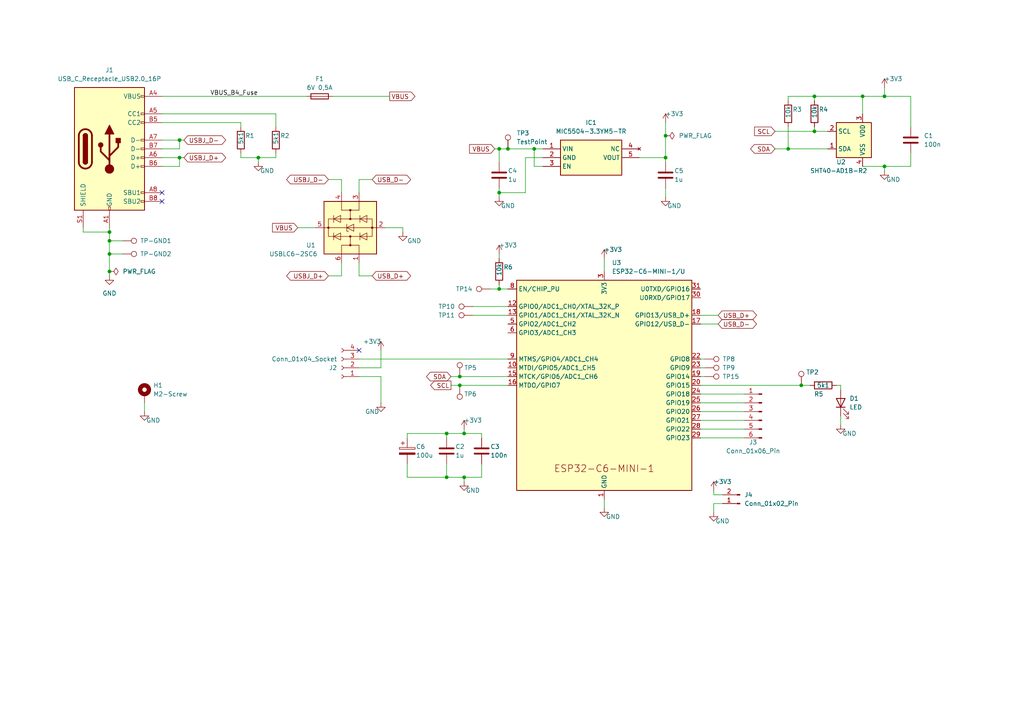
<source format=kicad_sch>
(kicad_sch (version 20230121) (generator eeschema)

  (uuid b78e27a9-9bbf-414b-914c-c1960520afff)

  (paper "A4")

  (lib_symbols
    (symbol "Connector:Conn_01x02_Pin" (pin_names (offset 1.016) hide) (in_bom yes) (on_board yes)
      (property "Reference" "J" (at 0 2.54 0)
        (effects (font (size 1.27 1.27)))
      )
      (property "Value" "Conn_01x02_Pin" (at 0 -5.08 0)
        (effects (font (size 1.27 1.27)))
      )
      (property "Footprint" "" (at 0 0 0)
        (effects (font (size 1.27 1.27)) hide)
      )
      (property "Datasheet" "~" (at 0 0 0)
        (effects (font (size 1.27 1.27)) hide)
      )
      (property "ki_locked" "" (at 0 0 0)
        (effects (font (size 1.27 1.27)))
      )
      (property "ki_keywords" "connector" (at 0 0 0)
        (effects (font (size 1.27 1.27)) hide)
      )
      (property "ki_description" "Generic connector, single row, 01x02, script generated" (at 0 0 0)
        (effects (font (size 1.27 1.27)) hide)
      )
      (property "ki_fp_filters" "Connector*:*_1x??_*" (at 0 0 0)
        (effects (font (size 1.27 1.27)) hide)
      )
      (symbol "Conn_01x02_Pin_1_1"
        (polyline
          (pts
            (xy 1.27 -2.54)
            (xy 0.8636 -2.54)
          )
          (stroke (width 0.1524) (type default))
          (fill (type none))
        )
        (polyline
          (pts
            (xy 1.27 0)
            (xy 0.8636 0)
          )
          (stroke (width 0.1524) (type default))
          (fill (type none))
        )
        (rectangle (start 0.8636 -2.413) (end 0 -2.667)
          (stroke (width 0.1524) (type default))
          (fill (type outline))
        )
        (rectangle (start 0.8636 0.127) (end 0 -0.127)
          (stroke (width 0.1524) (type default))
          (fill (type outline))
        )
        (pin passive line (at 5.08 0 180) (length 3.81)
          (name "Pin_1" (effects (font (size 1.27 1.27))))
          (number "1" (effects (font (size 1.27 1.27))))
        )
        (pin passive line (at 5.08 -2.54 180) (length 3.81)
          (name "Pin_2" (effects (font (size 1.27 1.27))))
          (number "2" (effects (font (size 1.27 1.27))))
        )
      )
    )
    (symbol "Connector:Conn_01x04_Socket" (pin_names (offset 1.016) hide) (in_bom yes) (on_board yes)
      (property "Reference" "J" (at 0 5.08 0)
        (effects (font (size 1.27 1.27)))
      )
      (property "Value" "Conn_01x04_Socket" (at 0 -7.62 0)
        (effects (font (size 1.27 1.27)))
      )
      (property "Footprint" "" (at 0 0 0)
        (effects (font (size 1.27 1.27)) hide)
      )
      (property "Datasheet" "~" (at 0 0 0)
        (effects (font (size 1.27 1.27)) hide)
      )
      (property "ki_locked" "" (at 0 0 0)
        (effects (font (size 1.27 1.27)))
      )
      (property "ki_keywords" "connector" (at 0 0 0)
        (effects (font (size 1.27 1.27)) hide)
      )
      (property "ki_description" "Generic connector, single row, 01x04, script generated" (at 0 0 0)
        (effects (font (size 1.27 1.27)) hide)
      )
      (property "ki_fp_filters" "Connector*:*_1x??_*" (at 0 0 0)
        (effects (font (size 1.27 1.27)) hide)
      )
      (symbol "Conn_01x04_Socket_1_1"
        (arc (start 0 -4.572) (mid -0.5058 -5.08) (end 0 -5.588)
          (stroke (width 0.1524) (type default))
          (fill (type none))
        )
        (arc (start 0 -2.032) (mid -0.5058 -2.54) (end 0 -3.048)
          (stroke (width 0.1524) (type default))
          (fill (type none))
        )
        (polyline
          (pts
            (xy -1.27 -5.08)
            (xy -0.508 -5.08)
          )
          (stroke (width 0.1524) (type default))
          (fill (type none))
        )
        (polyline
          (pts
            (xy -1.27 -2.54)
            (xy -0.508 -2.54)
          )
          (stroke (width 0.1524) (type default))
          (fill (type none))
        )
        (polyline
          (pts
            (xy -1.27 0)
            (xy -0.508 0)
          )
          (stroke (width 0.1524) (type default))
          (fill (type none))
        )
        (polyline
          (pts
            (xy -1.27 2.54)
            (xy -0.508 2.54)
          )
          (stroke (width 0.1524) (type default))
          (fill (type none))
        )
        (arc (start 0 0.508) (mid -0.5058 0) (end 0 -0.508)
          (stroke (width 0.1524) (type default))
          (fill (type none))
        )
        (arc (start 0 3.048) (mid -0.5058 2.54) (end 0 2.032)
          (stroke (width 0.1524) (type default))
          (fill (type none))
        )
        (pin passive line (at -5.08 2.54 0) (length 3.81)
          (name "Pin_1" (effects (font (size 1.27 1.27))))
          (number "1" (effects (font (size 1.27 1.27))))
        )
        (pin passive line (at -5.08 0 0) (length 3.81)
          (name "Pin_2" (effects (font (size 1.27 1.27))))
          (number "2" (effects (font (size 1.27 1.27))))
        )
        (pin passive line (at -5.08 -2.54 0) (length 3.81)
          (name "Pin_3" (effects (font (size 1.27 1.27))))
          (number "3" (effects (font (size 1.27 1.27))))
        )
        (pin passive line (at -5.08 -5.08 0) (length 3.81)
          (name "Pin_4" (effects (font (size 1.27 1.27))))
          (number "4" (effects (font (size 1.27 1.27))))
        )
      )
    )
    (symbol "Connector:Conn_01x06_Pin" (pin_names (offset 1.016) hide) (in_bom yes) (on_board yes)
      (property "Reference" "J" (at 0 7.62 0)
        (effects (font (size 1.27 1.27)))
      )
      (property "Value" "Conn_01x06_Pin" (at 0 -10.16 0)
        (effects (font (size 1.27 1.27)))
      )
      (property "Footprint" "" (at 0 0 0)
        (effects (font (size 1.27 1.27)) hide)
      )
      (property "Datasheet" "~" (at 0 0 0)
        (effects (font (size 1.27 1.27)) hide)
      )
      (property "ki_locked" "" (at 0 0 0)
        (effects (font (size 1.27 1.27)))
      )
      (property "ki_keywords" "connector" (at 0 0 0)
        (effects (font (size 1.27 1.27)) hide)
      )
      (property "ki_description" "Generic connector, single row, 01x06, script generated" (at 0 0 0)
        (effects (font (size 1.27 1.27)) hide)
      )
      (property "ki_fp_filters" "Connector*:*_1x??_*" (at 0 0 0)
        (effects (font (size 1.27 1.27)) hide)
      )
      (symbol "Conn_01x06_Pin_1_1"
        (polyline
          (pts
            (xy 1.27 -7.62)
            (xy 0.8636 -7.62)
          )
          (stroke (width 0.1524) (type default))
          (fill (type none))
        )
        (polyline
          (pts
            (xy 1.27 -5.08)
            (xy 0.8636 -5.08)
          )
          (stroke (width 0.1524) (type default))
          (fill (type none))
        )
        (polyline
          (pts
            (xy 1.27 -2.54)
            (xy 0.8636 -2.54)
          )
          (stroke (width 0.1524) (type default))
          (fill (type none))
        )
        (polyline
          (pts
            (xy 1.27 0)
            (xy 0.8636 0)
          )
          (stroke (width 0.1524) (type default))
          (fill (type none))
        )
        (polyline
          (pts
            (xy 1.27 2.54)
            (xy 0.8636 2.54)
          )
          (stroke (width 0.1524) (type default))
          (fill (type none))
        )
        (polyline
          (pts
            (xy 1.27 5.08)
            (xy 0.8636 5.08)
          )
          (stroke (width 0.1524) (type default))
          (fill (type none))
        )
        (rectangle (start 0.8636 -7.493) (end 0 -7.747)
          (stroke (width 0.1524) (type default))
          (fill (type outline))
        )
        (rectangle (start 0.8636 -4.953) (end 0 -5.207)
          (stroke (width 0.1524) (type default))
          (fill (type outline))
        )
        (rectangle (start 0.8636 -2.413) (end 0 -2.667)
          (stroke (width 0.1524) (type default))
          (fill (type outline))
        )
        (rectangle (start 0.8636 0.127) (end 0 -0.127)
          (stroke (width 0.1524) (type default))
          (fill (type outline))
        )
        (rectangle (start 0.8636 2.667) (end 0 2.413)
          (stroke (width 0.1524) (type default))
          (fill (type outline))
        )
        (rectangle (start 0.8636 5.207) (end 0 4.953)
          (stroke (width 0.1524) (type default))
          (fill (type outline))
        )
        (pin passive line (at 5.08 5.08 180) (length 3.81)
          (name "Pin_1" (effects (font (size 1.27 1.27))))
          (number "1" (effects (font (size 1.27 1.27))))
        )
        (pin passive line (at 5.08 2.54 180) (length 3.81)
          (name "Pin_2" (effects (font (size 1.27 1.27))))
          (number "2" (effects (font (size 1.27 1.27))))
        )
        (pin passive line (at 5.08 0 180) (length 3.81)
          (name "Pin_3" (effects (font (size 1.27 1.27))))
          (number "3" (effects (font (size 1.27 1.27))))
        )
        (pin passive line (at 5.08 -2.54 180) (length 3.81)
          (name "Pin_4" (effects (font (size 1.27 1.27))))
          (number "4" (effects (font (size 1.27 1.27))))
        )
        (pin passive line (at 5.08 -5.08 180) (length 3.81)
          (name "Pin_5" (effects (font (size 1.27 1.27))))
          (number "5" (effects (font (size 1.27 1.27))))
        )
        (pin passive line (at 5.08 -7.62 180) (length 3.81)
          (name "Pin_6" (effects (font (size 1.27 1.27))))
          (number "6" (effects (font (size 1.27 1.27))))
        )
      )
    )
    (symbol "Connector:TestPoint" (pin_numbers hide) (pin_names (offset 0.762) hide) (in_bom yes) (on_board yes)
      (property "Reference" "TP" (at 0 6.858 0)
        (effects (font (size 1.27 1.27)))
      )
      (property "Value" "TestPoint" (at 0 5.08 0)
        (effects (font (size 1.27 1.27)))
      )
      (property "Footprint" "" (at 5.08 0 0)
        (effects (font (size 1.27 1.27)) hide)
      )
      (property "Datasheet" "~" (at 5.08 0 0)
        (effects (font (size 1.27 1.27)) hide)
      )
      (property "ki_keywords" "test point tp" (at 0 0 0)
        (effects (font (size 1.27 1.27)) hide)
      )
      (property "ki_description" "test point" (at 0 0 0)
        (effects (font (size 1.27 1.27)) hide)
      )
      (property "ki_fp_filters" "Pin* Test*" (at 0 0 0)
        (effects (font (size 1.27 1.27)) hide)
      )
      (symbol "TestPoint_0_1"
        (circle (center 0 3.302) (radius 0.762)
          (stroke (width 0) (type default))
          (fill (type none))
        )
      )
      (symbol "TestPoint_1_1"
        (pin passive line (at 0 0 90) (length 2.54)
          (name "1" (effects (font (size 1.27 1.27))))
          (number "1" (effects (font (size 1.27 1.27))))
        )
      )
    )
    (symbol "Connector:USB_C_Receptacle_USB2.0_16P" (pin_names (offset 1.016)) (in_bom yes) (on_board yes)
      (property "Reference" "J" (at 0 22.225 0)
        (effects (font (size 1.27 1.27)))
      )
      (property "Value" "USB_C_Receptacle_USB2.0_16P" (at 0 19.685 0)
        (effects (font (size 1.27 1.27)))
      )
      (property "Footprint" "" (at 3.81 0 0)
        (effects (font (size 1.27 1.27)) hide)
      )
      (property "Datasheet" "https://www.usb.org/sites/default/files/documents/usb_type-c.zip" (at 3.81 0 0)
        (effects (font (size 1.27 1.27)) hide)
      )
      (property "ki_keywords" "usb universal serial bus type-C USB2.0" (at 0 0 0)
        (effects (font (size 1.27 1.27)) hide)
      )
      (property "ki_description" "USB 2.0-only 16P Type-C Receptacle connector" (at 0 0 0)
        (effects (font (size 1.27 1.27)) hide)
      )
      (property "ki_fp_filters" "USB*C*Receptacle*" (at 0 0 0)
        (effects (font (size 1.27 1.27)) hide)
      )
      (symbol "USB_C_Receptacle_USB2.0_16P_0_0"
        (rectangle (start -0.254 -17.78) (end 0.254 -16.764)
          (stroke (width 0) (type default))
          (fill (type none))
        )
        (rectangle (start 10.16 -14.986) (end 9.144 -15.494)
          (stroke (width 0) (type default))
          (fill (type none))
        )
        (rectangle (start 10.16 -12.446) (end 9.144 -12.954)
          (stroke (width 0) (type default))
          (fill (type none))
        )
        (rectangle (start 10.16 -4.826) (end 9.144 -5.334)
          (stroke (width 0) (type default))
          (fill (type none))
        )
        (rectangle (start 10.16 -2.286) (end 9.144 -2.794)
          (stroke (width 0) (type default))
          (fill (type none))
        )
        (rectangle (start 10.16 0.254) (end 9.144 -0.254)
          (stroke (width 0) (type default))
          (fill (type none))
        )
        (rectangle (start 10.16 2.794) (end 9.144 2.286)
          (stroke (width 0) (type default))
          (fill (type none))
        )
        (rectangle (start 10.16 7.874) (end 9.144 7.366)
          (stroke (width 0) (type default))
          (fill (type none))
        )
        (rectangle (start 10.16 10.414) (end 9.144 9.906)
          (stroke (width 0) (type default))
          (fill (type none))
        )
        (rectangle (start 10.16 15.494) (end 9.144 14.986)
          (stroke (width 0) (type default))
          (fill (type none))
        )
      )
      (symbol "USB_C_Receptacle_USB2.0_16P_0_1"
        (rectangle (start -10.16 17.78) (end 10.16 -17.78)
          (stroke (width 0.254) (type default))
          (fill (type background))
        )
        (arc (start -8.89 -3.81) (mid -6.985 -5.7067) (end -5.08 -3.81)
          (stroke (width 0.508) (type default))
          (fill (type none))
        )
        (arc (start -7.62 -3.81) (mid -6.985 -4.4423) (end -6.35 -3.81)
          (stroke (width 0.254) (type default))
          (fill (type none))
        )
        (arc (start -7.62 -3.81) (mid -6.985 -4.4423) (end -6.35 -3.81)
          (stroke (width 0.254) (type default))
          (fill (type outline))
        )
        (rectangle (start -7.62 -3.81) (end -6.35 3.81)
          (stroke (width 0.254) (type default))
          (fill (type outline))
        )
        (arc (start -6.35 3.81) (mid -6.985 4.4423) (end -7.62 3.81)
          (stroke (width 0.254) (type default))
          (fill (type none))
        )
        (arc (start -6.35 3.81) (mid -6.985 4.4423) (end -7.62 3.81)
          (stroke (width 0.254) (type default))
          (fill (type outline))
        )
        (arc (start -5.08 3.81) (mid -6.985 5.7067) (end -8.89 3.81)
          (stroke (width 0.508) (type default))
          (fill (type none))
        )
        (circle (center -2.54 1.143) (radius 0.635)
          (stroke (width 0.254) (type default))
          (fill (type outline))
        )
        (circle (center 0 -5.842) (radius 1.27)
          (stroke (width 0) (type default))
          (fill (type outline))
        )
        (polyline
          (pts
            (xy -8.89 -3.81)
            (xy -8.89 3.81)
          )
          (stroke (width 0.508) (type default))
          (fill (type none))
        )
        (polyline
          (pts
            (xy -5.08 3.81)
            (xy -5.08 -3.81)
          )
          (stroke (width 0.508) (type default))
          (fill (type none))
        )
        (polyline
          (pts
            (xy 0 -5.842)
            (xy 0 4.318)
          )
          (stroke (width 0.508) (type default))
          (fill (type none))
        )
        (polyline
          (pts
            (xy 0 -3.302)
            (xy -2.54 -0.762)
            (xy -2.54 0.508)
          )
          (stroke (width 0.508) (type default))
          (fill (type none))
        )
        (polyline
          (pts
            (xy 0 -2.032)
            (xy 2.54 0.508)
            (xy 2.54 1.778)
          )
          (stroke (width 0.508) (type default))
          (fill (type none))
        )
        (polyline
          (pts
            (xy -1.27 4.318)
            (xy 0 6.858)
            (xy 1.27 4.318)
            (xy -1.27 4.318)
          )
          (stroke (width 0.254) (type default))
          (fill (type outline))
        )
        (rectangle (start 1.905 1.778) (end 3.175 3.048)
          (stroke (width 0.254) (type default))
          (fill (type outline))
        )
      )
      (symbol "USB_C_Receptacle_USB2.0_16P_1_1"
        (pin passive line (at 0 -22.86 90) (length 5.08)
          (name "GND" (effects (font (size 1.27 1.27))))
          (number "A1" (effects (font (size 1.27 1.27))))
        )
        (pin passive line (at 0 -22.86 90) (length 5.08) hide
          (name "GND" (effects (font (size 1.27 1.27))))
          (number "A12" (effects (font (size 1.27 1.27))))
        )
        (pin passive line (at 15.24 15.24 180) (length 5.08)
          (name "VBUS" (effects (font (size 1.27 1.27))))
          (number "A4" (effects (font (size 1.27 1.27))))
        )
        (pin bidirectional line (at 15.24 10.16 180) (length 5.08)
          (name "CC1" (effects (font (size 1.27 1.27))))
          (number "A5" (effects (font (size 1.27 1.27))))
        )
        (pin bidirectional line (at 15.24 -2.54 180) (length 5.08)
          (name "D+" (effects (font (size 1.27 1.27))))
          (number "A6" (effects (font (size 1.27 1.27))))
        )
        (pin bidirectional line (at 15.24 2.54 180) (length 5.08)
          (name "D-" (effects (font (size 1.27 1.27))))
          (number "A7" (effects (font (size 1.27 1.27))))
        )
        (pin bidirectional line (at 15.24 -12.7 180) (length 5.08)
          (name "SBU1" (effects (font (size 1.27 1.27))))
          (number "A8" (effects (font (size 1.27 1.27))))
        )
        (pin passive line (at 15.24 15.24 180) (length 5.08) hide
          (name "VBUS" (effects (font (size 1.27 1.27))))
          (number "A9" (effects (font (size 1.27 1.27))))
        )
        (pin passive line (at 0 -22.86 90) (length 5.08) hide
          (name "GND" (effects (font (size 1.27 1.27))))
          (number "B1" (effects (font (size 1.27 1.27))))
        )
        (pin passive line (at 0 -22.86 90) (length 5.08) hide
          (name "GND" (effects (font (size 1.27 1.27))))
          (number "B12" (effects (font (size 1.27 1.27))))
        )
        (pin passive line (at 15.24 15.24 180) (length 5.08) hide
          (name "VBUS" (effects (font (size 1.27 1.27))))
          (number "B4" (effects (font (size 1.27 1.27))))
        )
        (pin bidirectional line (at 15.24 7.62 180) (length 5.08)
          (name "CC2" (effects (font (size 1.27 1.27))))
          (number "B5" (effects (font (size 1.27 1.27))))
        )
        (pin bidirectional line (at 15.24 -5.08 180) (length 5.08)
          (name "D+" (effects (font (size 1.27 1.27))))
          (number "B6" (effects (font (size 1.27 1.27))))
        )
        (pin bidirectional line (at 15.24 0 180) (length 5.08)
          (name "D-" (effects (font (size 1.27 1.27))))
          (number "B7" (effects (font (size 1.27 1.27))))
        )
        (pin bidirectional line (at 15.24 -15.24 180) (length 5.08)
          (name "SBU2" (effects (font (size 1.27 1.27))))
          (number "B8" (effects (font (size 1.27 1.27))))
        )
        (pin passive line (at 15.24 15.24 180) (length 5.08) hide
          (name "VBUS" (effects (font (size 1.27 1.27))))
          (number "B9" (effects (font (size 1.27 1.27))))
        )
        (pin passive line (at -7.62 -22.86 90) (length 5.08)
          (name "SHIELD" (effects (font (size 1.27 1.27))))
          (number "S1" (effects (font (size 1.27 1.27))))
        )
      )
    )
    (symbol "Device:C" (pin_numbers hide) (pin_names (offset 0.254)) (in_bom yes) (on_board yes)
      (property "Reference" "C" (at 0.635 2.54 0)
        (effects (font (size 1.27 1.27)) (justify left))
      )
      (property "Value" "C" (at 0.635 -2.54 0)
        (effects (font (size 1.27 1.27)) (justify left))
      )
      (property "Footprint" "" (at 0.9652 -3.81 0)
        (effects (font (size 1.27 1.27)) hide)
      )
      (property "Datasheet" "~" (at 0 0 0)
        (effects (font (size 1.27 1.27)) hide)
      )
      (property "ki_keywords" "cap capacitor" (at 0 0 0)
        (effects (font (size 1.27 1.27)) hide)
      )
      (property "ki_description" "Unpolarized capacitor" (at 0 0 0)
        (effects (font (size 1.27 1.27)) hide)
      )
      (property "ki_fp_filters" "C_*" (at 0 0 0)
        (effects (font (size 1.27 1.27)) hide)
      )
      (symbol "C_0_1"
        (polyline
          (pts
            (xy -2.032 -0.762)
            (xy 2.032 -0.762)
          )
          (stroke (width 0.508) (type default))
          (fill (type none))
        )
        (polyline
          (pts
            (xy -2.032 0.762)
            (xy 2.032 0.762)
          )
          (stroke (width 0.508) (type default))
          (fill (type none))
        )
      )
      (symbol "C_1_1"
        (pin passive line (at 0 3.81 270) (length 2.794)
          (name "~" (effects (font (size 1.27 1.27))))
          (number "1" (effects (font (size 1.27 1.27))))
        )
        (pin passive line (at 0 -3.81 90) (length 2.794)
          (name "~" (effects (font (size 1.27 1.27))))
          (number "2" (effects (font (size 1.27 1.27))))
        )
      )
    )
    (symbol "Device:C_Polarized" (pin_numbers hide) (pin_names (offset 0.254)) (in_bom yes) (on_board yes)
      (property "Reference" "C" (at 0.635 2.54 0)
        (effects (font (size 1.27 1.27)) (justify left))
      )
      (property "Value" "C_Polarized" (at 0.635 -2.54 0)
        (effects (font (size 1.27 1.27)) (justify left))
      )
      (property "Footprint" "" (at 0.9652 -3.81 0)
        (effects (font (size 1.27 1.27)) hide)
      )
      (property "Datasheet" "~" (at 0 0 0)
        (effects (font (size 1.27 1.27)) hide)
      )
      (property "ki_keywords" "cap capacitor" (at 0 0 0)
        (effects (font (size 1.27 1.27)) hide)
      )
      (property "ki_description" "Polarized capacitor" (at 0 0 0)
        (effects (font (size 1.27 1.27)) hide)
      )
      (property "ki_fp_filters" "CP_*" (at 0 0 0)
        (effects (font (size 1.27 1.27)) hide)
      )
      (symbol "C_Polarized_0_1"
        (rectangle (start -2.286 0.508) (end 2.286 1.016)
          (stroke (width 0) (type default))
          (fill (type none))
        )
        (polyline
          (pts
            (xy -1.778 2.286)
            (xy -0.762 2.286)
          )
          (stroke (width 0) (type default))
          (fill (type none))
        )
        (polyline
          (pts
            (xy -1.27 2.794)
            (xy -1.27 1.778)
          )
          (stroke (width 0) (type default))
          (fill (type none))
        )
        (rectangle (start 2.286 -0.508) (end -2.286 -1.016)
          (stroke (width 0) (type default))
          (fill (type outline))
        )
      )
      (symbol "C_Polarized_1_1"
        (pin passive line (at 0 3.81 270) (length 2.794)
          (name "~" (effects (font (size 1.27 1.27))))
          (number "1" (effects (font (size 1.27 1.27))))
        )
        (pin passive line (at 0 -3.81 90) (length 2.794)
          (name "~" (effects (font (size 1.27 1.27))))
          (number "2" (effects (font (size 1.27 1.27))))
        )
      )
    )
    (symbol "Device:Fuse" (pin_numbers hide) (pin_names (offset 0)) (in_bom yes) (on_board yes)
      (property "Reference" "F" (at 2.032 0 90)
        (effects (font (size 1.27 1.27)))
      )
      (property "Value" "Fuse" (at -1.905 0 90)
        (effects (font (size 1.27 1.27)))
      )
      (property "Footprint" "" (at -1.778 0 90)
        (effects (font (size 1.27 1.27)) hide)
      )
      (property "Datasheet" "~" (at 0 0 0)
        (effects (font (size 1.27 1.27)) hide)
      )
      (property "ki_keywords" "fuse" (at 0 0 0)
        (effects (font (size 1.27 1.27)) hide)
      )
      (property "ki_description" "Fuse" (at 0 0 0)
        (effects (font (size 1.27 1.27)) hide)
      )
      (property "ki_fp_filters" "*Fuse*" (at 0 0 0)
        (effects (font (size 1.27 1.27)) hide)
      )
      (symbol "Fuse_0_1"
        (rectangle (start -0.762 -2.54) (end 0.762 2.54)
          (stroke (width 0.254) (type default))
          (fill (type none))
        )
        (polyline
          (pts
            (xy 0 2.54)
            (xy 0 -2.54)
          )
          (stroke (width 0) (type default))
          (fill (type none))
        )
      )
      (symbol "Fuse_1_1"
        (pin passive line (at 0 3.81 270) (length 1.27)
          (name "~" (effects (font (size 1.27 1.27))))
          (number "1" (effects (font (size 1.27 1.27))))
        )
        (pin passive line (at 0 -3.81 90) (length 1.27)
          (name "~" (effects (font (size 1.27 1.27))))
          (number "2" (effects (font (size 1.27 1.27))))
        )
      )
    )
    (symbol "Device:LED" (pin_numbers hide) (pin_names (offset 1.016) hide) (in_bom yes) (on_board yes)
      (property "Reference" "D" (at 0 2.54 0)
        (effects (font (size 1.27 1.27)))
      )
      (property "Value" "LED" (at 0 -2.54 0)
        (effects (font (size 1.27 1.27)))
      )
      (property "Footprint" "" (at 0 0 0)
        (effects (font (size 1.27 1.27)) hide)
      )
      (property "Datasheet" "~" (at 0 0 0)
        (effects (font (size 1.27 1.27)) hide)
      )
      (property "ki_keywords" "LED diode" (at 0 0 0)
        (effects (font (size 1.27 1.27)) hide)
      )
      (property "ki_description" "Light emitting diode" (at 0 0 0)
        (effects (font (size 1.27 1.27)) hide)
      )
      (property "ki_fp_filters" "LED* LED_SMD:* LED_THT:*" (at 0 0 0)
        (effects (font (size 1.27 1.27)) hide)
      )
      (symbol "LED_0_1"
        (polyline
          (pts
            (xy -1.27 -1.27)
            (xy -1.27 1.27)
          )
          (stroke (width 0.254) (type default))
          (fill (type none))
        )
        (polyline
          (pts
            (xy -1.27 0)
            (xy 1.27 0)
          )
          (stroke (width 0) (type default))
          (fill (type none))
        )
        (polyline
          (pts
            (xy 1.27 -1.27)
            (xy 1.27 1.27)
            (xy -1.27 0)
            (xy 1.27 -1.27)
          )
          (stroke (width 0.254) (type default))
          (fill (type none))
        )
        (polyline
          (pts
            (xy -3.048 -0.762)
            (xy -4.572 -2.286)
            (xy -3.81 -2.286)
            (xy -4.572 -2.286)
            (xy -4.572 -1.524)
          )
          (stroke (width 0) (type default))
          (fill (type none))
        )
        (polyline
          (pts
            (xy -1.778 -0.762)
            (xy -3.302 -2.286)
            (xy -2.54 -2.286)
            (xy -3.302 -2.286)
            (xy -3.302 -1.524)
          )
          (stroke (width 0) (type default))
          (fill (type none))
        )
      )
      (symbol "LED_1_1"
        (pin passive line (at -3.81 0 0) (length 2.54)
          (name "K" (effects (font (size 1.27 1.27))))
          (number "1" (effects (font (size 1.27 1.27))))
        )
        (pin passive line (at 3.81 0 180) (length 2.54)
          (name "A" (effects (font (size 1.27 1.27))))
          (number "2" (effects (font (size 1.27 1.27))))
        )
      )
    )
    (symbol "Device:R" (pin_numbers hide) (pin_names (offset 0)) (in_bom yes) (on_board yes)
      (property "Reference" "R" (at 2.032 0 90)
        (effects (font (size 1.27 1.27)))
      )
      (property "Value" "R" (at 0 0 90)
        (effects (font (size 1.27 1.27)))
      )
      (property "Footprint" "" (at -1.778 0 90)
        (effects (font (size 1.27 1.27)) hide)
      )
      (property "Datasheet" "~" (at 0 0 0)
        (effects (font (size 1.27 1.27)) hide)
      )
      (property "ki_keywords" "R res resistor" (at 0 0 0)
        (effects (font (size 1.27 1.27)) hide)
      )
      (property "ki_description" "Resistor" (at 0 0 0)
        (effects (font (size 1.27 1.27)) hide)
      )
      (property "ki_fp_filters" "R_*" (at 0 0 0)
        (effects (font (size 1.27 1.27)) hide)
      )
      (symbol "R_0_1"
        (rectangle (start -1.016 -2.54) (end 1.016 2.54)
          (stroke (width 0.254) (type default))
          (fill (type none))
        )
      )
      (symbol "R_1_1"
        (pin passive line (at 0 3.81 270) (length 1.27)
          (name "~" (effects (font (size 1.27 1.27))))
          (number "1" (effects (font (size 1.27 1.27))))
        )
        (pin passive line (at 0 -3.81 90) (length 1.27)
          (name "~" (effects (font (size 1.27 1.27))))
          (number "2" (effects (font (size 1.27 1.27))))
        )
      )
    )
    (symbol "Espressif:ESP32-C6-MINI-1/U" (in_bom yes) (on_board yes)
      (property "Reference" "U" (at -25.4 35.56 0)
        (effects (font (size 1.27 1.27)) (justify left))
      )
      (property "Value" "ESP32-C6-MINI-1/U" (at -25.4 33.02 0)
        (effects (font (size 1.27 1.27)) (justify left))
      )
      (property "Footprint" "PCM_Espressif:ESP32-C6-MINI-1" (at 0 -45.085 0)
        (effects (font (size 1.27 1.27)) hide)
      )
      (property "Datasheet" "https://www.espressif.com/sites/default/files/documentation/esp32-c6-mini-1_datasheet_en.pdf" (at 0 -48.26 0)
        (effects (font (size 1.27 1.27)) hide)
      )
      (property "ki_keywords" "esp32-c6 esp32-c6-mini-1 esp32-c6-mini-1u" (at 0 0 0)
        (effects (font (size 1.27 1.27)) hide)
      )
      (property "ki_description" "ESP32-C6-MINI-1 is a module that supports 2.4 GHz Wi-Fi 6 (802.11 ax), Bluetooth® 5 (LE), Zigbee and Thread (802.15.4)" (at 0 0 0)
        (effects (font (size 1.27 1.27)) hide)
      )
      (symbol "ESP32-C6-MINI-1/U_0_0"
        (text "ESP32-C6-MINI-1" (at 0 -24.13 0)
          (effects (font (size 2 2)))
        )
      )
      (symbol "ESP32-C6-MINI-1/U_0_1"
        (rectangle (start -25.4 30.48) (end 25.4 -30.48)
          (stroke (width 0.254) (type default))
          (fill (type background))
        )
      )
      (symbol "ESP32-C6-MINI-1/U_1_1"
        (pin power_in line (at 0 -33.02 90) (length 2.54)
          (name "GND" (effects (font (size 1.27 1.27))))
          (number "1" (effects (font (size 1.27 1.27))))
        )
        (pin bidirectional line (at -27.94 5.08 0) (length 2.54)
          (name "MTDI/GPIO5/ADC1_CH5" (effects (font (size 1.27 1.27))))
          (number "10" (effects (font (size 1.27 1.27))))
        )
        (pin passive line (at 0 -33.02 90) (length 2.54) hide
          (name "GND" (effects (font (size 1.27 1.27))))
          (number "11" (effects (font (size 1.27 1.27))))
        )
        (pin bidirectional line (at -27.94 22.86 0) (length 2.54)
          (name "GPIO0/ADC1_CH0/XTAL_32K_P" (effects (font (size 1.27 1.27))))
          (number "12" (effects (font (size 1.27 1.27))))
        )
        (pin bidirectional line (at -27.94 20.32 0) (length 2.54)
          (name "GPIO1/ADC1_CH1/XTAL_32K_N" (effects (font (size 1.27 1.27))))
          (number "13" (effects (font (size 1.27 1.27))))
        )
        (pin passive line (at 0 -33.02 90) (length 2.54) hide
          (name "GND" (effects (font (size 1.27 1.27))))
          (number "14" (effects (font (size 1.27 1.27))))
        )
        (pin bidirectional line (at -27.94 2.54 0) (length 2.54)
          (name "MTCK/GPIO6/ADC1_CH6" (effects (font (size 1.27 1.27))))
          (number "15" (effects (font (size 1.27 1.27))))
        )
        (pin bidirectional line (at -27.94 0 0) (length 2.54)
          (name "MTDO/GPIO7" (effects (font (size 1.27 1.27))))
          (number "16" (effects (font (size 1.27 1.27))))
        )
        (pin bidirectional line (at 27.94 17.78 180) (length 2.54)
          (name "GPIO12/USB_D-" (effects (font (size 1.27 1.27))))
          (number "17" (effects (font (size 1.27 1.27))))
        )
        (pin bidirectional line (at 27.94 20.32 180) (length 2.54)
          (name "GPIO13/USB_D+" (effects (font (size 1.27 1.27))))
          (number "18" (effects (font (size 1.27 1.27))))
        )
        (pin bidirectional line (at 27.94 2.54 180) (length 2.54)
          (name "GPIO14" (effects (font (size 1.27 1.27))))
          (number "19" (effects (font (size 1.27 1.27))))
        )
        (pin passive line (at 0 -33.02 90) (length 2.54) hide
          (name "GND" (effects (font (size 1.27 1.27))))
          (number "2" (effects (font (size 1.27 1.27))))
        )
        (pin bidirectional line (at 27.94 0 180) (length 2.54)
          (name "GPIO15" (effects (font (size 1.27 1.27))))
          (number "20" (effects (font (size 1.27 1.27))))
        )
        (pin no_connect line (at -25.4 -10.16 0) (length 2.54) hide
          (name "NC" (effects (font (size 1.27 1.27))))
          (number "21" (effects (font (size 1.27 1.27))))
        )
        (pin bidirectional line (at 27.94 7.62 180) (length 2.54)
          (name "GPIO8" (effects (font (size 1.27 1.27))))
          (number "22" (effects (font (size 1.27 1.27))))
        )
        (pin bidirectional line (at 27.94 5.08 180) (length 2.54)
          (name "GPIO9" (effects (font (size 1.27 1.27))))
          (number "23" (effects (font (size 1.27 1.27))))
        )
        (pin bidirectional line (at 27.94 -2.54 180) (length 2.54)
          (name "GPIO18" (effects (font (size 1.27 1.27))))
          (number "24" (effects (font (size 1.27 1.27))))
        )
        (pin bidirectional line (at 27.94 -5.08 180) (length 2.54)
          (name "GPIO19" (effects (font (size 1.27 1.27))))
          (number "25" (effects (font (size 1.27 1.27))))
        )
        (pin bidirectional line (at 27.94 -7.62 180) (length 2.54)
          (name "GPIO20" (effects (font (size 1.27 1.27))))
          (number "26" (effects (font (size 1.27 1.27))))
        )
        (pin bidirectional line (at 27.94 -10.16 180) (length 2.54)
          (name "GPIO21" (effects (font (size 1.27 1.27))))
          (number "27" (effects (font (size 1.27 1.27))))
        )
        (pin bidirectional line (at 27.94 -12.7 180) (length 2.54)
          (name "GPIO22" (effects (font (size 1.27 1.27))))
          (number "28" (effects (font (size 1.27 1.27))))
        )
        (pin bidirectional line (at 27.94 -15.24 180) (length 2.54)
          (name "GPIO23" (effects (font (size 1.27 1.27))))
          (number "29" (effects (font (size 1.27 1.27))))
        )
        (pin power_in line (at 0 33.02 270) (length 2.54)
          (name "3V3" (effects (font (size 1.27 1.27))))
          (number "3" (effects (font (size 1.27 1.27))))
        )
        (pin bidirectional line (at 27.94 25.4 180) (length 2.54)
          (name "U0RXD/GPIO17" (effects (font (size 1.27 1.27))))
          (number "30" (effects (font (size 1.27 1.27))))
        )
        (pin bidirectional line (at 27.94 27.94 180) (length 2.54)
          (name "U0TXD/GPIO16" (effects (font (size 1.27 1.27))))
          (number "31" (effects (font (size 1.27 1.27))))
        )
        (pin no_connect line (at -25.4 -12.7 0) (length 2.54) hide
          (name "NC" (effects (font (size 1.27 1.27))))
          (number "32" (effects (font (size 1.27 1.27))))
        )
        (pin no_connect line (at -25.4 -15.24 0) (length 2.54) hide
          (name "NC" (effects (font (size 1.27 1.27))))
          (number "33" (effects (font (size 1.27 1.27))))
        )
        (pin no_connect line (at -25.4 -17.78 0) (length 2.54) hide
          (name "NC" (effects (font (size 1.27 1.27))))
          (number "34" (effects (font (size 1.27 1.27))))
        )
        (pin no_connect line (at -25.4 -20.32 0) (length 2.54) hide
          (name "NC" (effects (font (size 1.27 1.27))))
          (number "35" (effects (font (size 1.27 1.27))))
        )
        (pin passive line (at 0 -33.02 90) (length 2.54) hide
          (name "GND" (effects (font (size 1.27 1.27))))
          (number "36" (effects (font (size 1.27 1.27))))
        )
        (pin passive line (at 0 -33.02 90) (length 2.54) hide
          (name "GND" (effects (font (size 1.27 1.27))))
          (number "37" (effects (font (size 1.27 1.27))))
        )
        (pin passive line (at 0 -33.02 90) (length 2.54) hide
          (name "GND" (effects (font (size 1.27 1.27))))
          (number "38" (effects (font (size 1.27 1.27))))
        )
        (pin passive line (at 0 -33.02 90) (length 2.54) hide
          (name "GND" (effects (font (size 1.27 1.27))))
          (number "39" (effects (font (size 1.27 1.27))))
        )
        (pin no_connect line (at -25.4 -5.08 0) (length 2.54) hide
          (name "NC" (effects (font (size 1.27 1.27))))
          (number "4" (effects (font (size 1.27 1.27))))
        )
        (pin passive line (at 0 -33.02 90) (length 2.54) hide
          (name "GND" (effects (font (size 1.27 1.27))))
          (number "40" (effects (font (size 1.27 1.27))))
        )
        (pin passive line (at 0 -33.02 90) (length 2.54) hide
          (name "GND" (effects (font (size 1.27 1.27))))
          (number "41" (effects (font (size 1.27 1.27))))
        )
        (pin passive line (at 0 -33.02 90) (length 2.54) hide
          (name "GND" (effects (font (size 1.27 1.27))))
          (number "42" (effects (font (size 1.27 1.27))))
        )
        (pin passive line (at 0 -33.02 90) (length 2.54) hide
          (name "GND" (effects (font (size 1.27 1.27))))
          (number "43" (effects (font (size 1.27 1.27))))
        )
        (pin passive line (at 0 -33.02 90) (length 2.54) hide
          (name "GND" (effects (font (size 1.27 1.27))))
          (number "44" (effects (font (size 1.27 1.27))))
        )
        (pin passive line (at 0 -33.02 90) (length 2.54) hide
          (name "GND" (effects (font (size 1.27 1.27))))
          (number "45" (effects (font (size 1.27 1.27))))
        )
        (pin passive line (at 0 -33.02 90) (length 2.54) hide
          (name "GND" (effects (font (size 1.27 1.27))))
          (number "46" (effects (font (size 1.27 1.27))))
        )
        (pin passive line (at 0 -33.02 90) (length 2.54) hide
          (name "GND" (effects (font (size 1.27 1.27))))
          (number "47" (effects (font (size 1.27 1.27))))
        )
        (pin passive line (at 0 -33.02 90) (length 2.54) hide
          (name "GND" (effects (font (size 1.27 1.27))))
          (number "48" (effects (font (size 1.27 1.27))))
        )
        (pin passive line (at 0 -33.02 90) (length 2.54) hide
          (name "GND" (effects (font (size 1.27 1.27))))
          (number "49" (effects (font (size 1.27 1.27))))
        )
        (pin bidirectional line (at -27.94 17.78 0) (length 2.54)
          (name "GPIO2/ADC1_CH2" (effects (font (size 1.27 1.27))))
          (number "5" (effects (font (size 1.27 1.27))))
        )
        (pin passive line (at 0 -33.02 90) (length 2.54) hide
          (name "GND" (effects (font (size 1.27 1.27))))
          (number "50" (effects (font (size 1.27 1.27))))
        )
        (pin passive line (at 0 -33.02 90) (length 2.54) hide
          (name "GND" (effects (font (size 1.27 1.27))))
          (number "51" (effects (font (size 1.27 1.27))))
        )
        (pin passive line (at 0 -33.02 90) (length 2.54) hide
          (name "GND" (effects (font (size 1.27 1.27))))
          (number "52" (effects (font (size 1.27 1.27))))
        )
        (pin passive line (at 0 -33.02 90) (length 2.54) hide
          (name "GND" (effects (font (size 1.27 1.27))))
          (number "53" (effects (font (size 1.27 1.27))))
        )
        (pin bidirectional line (at -27.94 15.24 0) (length 2.54)
          (name "GPIO3/ADC1_CH3" (effects (font (size 1.27 1.27))))
          (number "6" (effects (font (size 1.27 1.27))))
        )
        (pin no_connect line (at -25.4 -7.62 0) (length 2.54) hide
          (name "NC" (effects (font (size 1.27 1.27))))
          (number "7" (effects (font (size 1.27 1.27))))
        )
        (pin input line (at -27.94 27.94 0) (length 2.54)
          (name "EN/CHIP_PU" (effects (font (size 1.27 1.27))))
          (number "8" (effects (font (size 1.27 1.27))))
        )
        (pin bidirectional line (at -27.94 7.62 0) (length 2.54)
          (name "MTMS/GPIO4/ADC1_CH4" (effects (font (size 1.27 1.27))))
          (number "9" (effects (font (size 1.27 1.27))))
        )
      )
    )
    (symbol "MIC5504-3_3YM5-TR:MIC5504-3.3YM5-TR" (in_bom yes) (on_board yes)
      (property "Reference" "IC" (at 24.13 7.62 0)
        (effects (font (size 1.27 1.27)) (justify left top))
      )
      (property "Value" "MIC5504-3.3YM5-TR" (at 24.13 5.08 0)
        (effects (font (size 1.27 1.27)) (justify left top))
      )
      (property "Footprint" "SOT95P280X145-5N" (at 24.13 -94.92 0)
        (effects (font (size 1.27 1.27)) (justify left top) hide)
      )
      (property "Datasheet" "https://componentsearchengine.com/Datasheets/2/MIC5504-3.3YM5-TR.pdf" (at 24.13 -194.92 0)
        (effects (font (size 1.27 1.27)) (justify left top) hide)
      )
      (property "Height" "1.45" (at 24.13 -394.92 0)
        (effects (font (size 1.27 1.27)) (justify left top) hide)
      )
      (property "Mouser Part Number" "998-MIC5504-3.3YM5TR" (at 24.13 -494.92 0)
        (effects (font (size 1.27 1.27)) (justify left top) hide)
      )
      (property "Mouser Price/Stock" "https://www.mouser.co.uk/ProductDetail/Microchip-Technology/MIC5504-3.3YM5-TR?qs=U6T8BxXiZAUmVQ5Zs217qQ%3D%3D" (at 24.13 -594.92 0)
        (effects (font (size 1.27 1.27)) (justify left top) hide)
      )
      (property "Manufacturer_Name" "Microchip" (at 24.13 -694.92 0)
        (effects (font (size 1.27 1.27)) (justify left top) hide)
      )
      (property "Manufacturer_Part_Number" "MIC5504-3.3YM5-TR" (at 24.13 -794.92 0)
        (effects (font (size 1.27 1.27)) (justify left top) hide)
      )
      (property "ki_description" "MICROCHIP - MIC5504-3.3YM5-TR - LDO VOLT REG, 0.3A, 3.3V, SOT-23-5" (at 0 0 0)
        (effects (font (size 1.27 1.27)) hide)
      )
      (symbol "MIC5504-3.3YM5-TR_1_1"
        (rectangle (start 5.08 2.54) (end 22.86 -7.62)
          (stroke (width 0.254) (type default))
          (fill (type background))
        )
        (pin passive line (at 0 0 0) (length 5.08)
          (name "VIN" (effects (font (size 1.27 1.27))))
          (number "1" (effects (font (size 1.27 1.27))))
        )
        (pin passive line (at 0 -2.54 0) (length 5.08)
          (name "GND" (effects (font (size 1.27 1.27))))
          (number "2" (effects (font (size 1.27 1.27))))
        )
        (pin passive line (at 0 -5.08 0) (length 5.08)
          (name "EN" (effects (font (size 1.27 1.27))))
          (number "3" (effects (font (size 1.27 1.27))))
        )
        (pin no_connect line (at 27.94 0 180) (length 5.08)
          (name "NC" (effects (font (size 1.27 1.27))))
          (number "4" (effects (font (size 1.27 1.27))))
        )
        (pin passive line (at 27.94 -2.54 180) (length 5.08)
          (name "VOUT" (effects (font (size 1.27 1.27))))
          (number "5" (effects (font (size 1.27 1.27))))
        )
      )
    )
    (symbol "Mechanical:MountingHole_Pad" (pin_numbers hide) (pin_names (offset 1.016) hide) (in_bom yes) (on_board yes)
      (property "Reference" "H" (at 0 6.35 0)
        (effects (font (size 1.27 1.27)))
      )
      (property "Value" "MountingHole_Pad" (at 0 4.445 0)
        (effects (font (size 1.27 1.27)))
      )
      (property "Footprint" "" (at 0 0 0)
        (effects (font (size 1.27 1.27)) hide)
      )
      (property "Datasheet" "~" (at 0 0 0)
        (effects (font (size 1.27 1.27)) hide)
      )
      (property "ki_keywords" "mounting hole" (at 0 0 0)
        (effects (font (size 1.27 1.27)) hide)
      )
      (property "ki_description" "Mounting Hole with connection" (at 0 0 0)
        (effects (font (size 1.27 1.27)) hide)
      )
      (property "ki_fp_filters" "MountingHole*Pad*" (at 0 0 0)
        (effects (font (size 1.27 1.27)) hide)
      )
      (symbol "MountingHole_Pad_0_1"
        (circle (center 0 1.27) (radius 1.27)
          (stroke (width 1.27) (type default))
          (fill (type none))
        )
      )
      (symbol "MountingHole_Pad_1_1"
        (pin input line (at 0 -2.54 90) (length 2.54)
          (name "1" (effects (font (size 1.27 1.27))))
          (number "1" (effects (font (size 1.27 1.27))))
        )
      )
    )
    (symbol "Power_Protection:USBLC6-2SC6" (pin_names hide) (in_bom yes) (on_board yes)
      (property "Reference" "U" (at 2.54 8.89 0)
        (effects (font (size 1.27 1.27)) (justify left))
      )
      (property "Value" "USBLC6-2SC6" (at 2.54 -8.89 0)
        (effects (font (size 1.27 1.27)) (justify left))
      )
      (property "Footprint" "Package_TO_SOT_SMD:SOT-23-6" (at 0 -12.7 0)
        (effects (font (size 1.27 1.27)) hide)
      )
      (property "Datasheet" "https://www.st.com/resource/en/datasheet/usblc6-2.pdf" (at 5.08 8.89 0)
        (effects (font (size 1.27 1.27)) hide)
      )
      (property "ki_keywords" "usb ethernet video" (at 0 0 0)
        (effects (font (size 1.27 1.27)) hide)
      )
      (property "ki_description" "Very low capacitance ESD protection diode, 2 data-line, SOT-23-6" (at 0 0 0)
        (effects (font (size 1.27 1.27)) hide)
      )
      (property "ki_fp_filters" "SOT?23*" (at 0 0 0)
        (effects (font (size 1.27 1.27)) hide)
      )
      (symbol "USBLC6-2SC6_0_1"
        (rectangle (start -7.62 -7.62) (end 7.62 7.62)
          (stroke (width 0.254) (type default))
          (fill (type background))
        )
        (circle (center -5.08 0) (radius 0.254)
          (stroke (width 0) (type default))
          (fill (type outline))
        )
        (circle (center -2.54 0) (radius 0.254)
          (stroke (width 0) (type default))
          (fill (type outline))
        )
        (rectangle (start -2.54 6.35) (end 2.54 -6.35)
          (stroke (width 0) (type default))
          (fill (type none))
        )
        (circle (center 0 -6.35) (radius 0.254)
          (stroke (width 0) (type default))
          (fill (type outline))
        )
        (polyline
          (pts
            (xy -5.08 -2.54)
            (xy -7.62 -2.54)
          )
          (stroke (width 0) (type default))
          (fill (type none))
        )
        (polyline
          (pts
            (xy -5.08 0)
            (xy -5.08 -2.54)
          )
          (stroke (width 0) (type default))
          (fill (type none))
        )
        (polyline
          (pts
            (xy -5.08 2.54)
            (xy -7.62 2.54)
          )
          (stroke (width 0) (type default))
          (fill (type none))
        )
        (polyline
          (pts
            (xy -1.524 -2.794)
            (xy -3.556 -2.794)
          )
          (stroke (width 0) (type default))
          (fill (type none))
        )
        (polyline
          (pts
            (xy -1.524 4.826)
            (xy -3.556 4.826)
          )
          (stroke (width 0) (type default))
          (fill (type none))
        )
        (polyline
          (pts
            (xy 0 -7.62)
            (xy 0 -6.35)
          )
          (stroke (width 0) (type default))
          (fill (type none))
        )
        (polyline
          (pts
            (xy 0 -6.35)
            (xy 0 1.27)
          )
          (stroke (width 0) (type default))
          (fill (type none))
        )
        (polyline
          (pts
            (xy 0 1.27)
            (xy 0 6.35)
          )
          (stroke (width 0) (type default))
          (fill (type none))
        )
        (polyline
          (pts
            (xy 0 6.35)
            (xy 0 7.62)
          )
          (stroke (width 0) (type default))
          (fill (type none))
        )
        (polyline
          (pts
            (xy 1.524 -2.794)
            (xy 3.556 -2.794)
          )
          (stroke (width 0) (type default))
          (fill (type none))
        )
        (polyline
          (pts
            (xy 1.524 4.826)
            (xy 3.556 4.826)
          )
          (stroke (width 0) (type default))
          (fill (type none))
        )
        (polyline
          (pts
            (xy 5.08 -2.54)
            (xy 7.62 -2.54)
          )
          (stroke (width 0) (type default))
          (fill (type none))
        )
        (polyline
          (pts
            (xy 5.08 0)
            (xy 5.08 -2.54)
          )
          (stroke (width 0) (type default))
          (fill (type none))
        )
        (polyline
          (pts
            (xy 5.08 2.54)
            (xy 7.62 2.54)
          )
          (stroke (width 0) (type default))
          (fill (type none))
        )
        (polyline
          (pts
            (xy -2.54 0)
            (xy -5.08 0)
            (xy -5.08 2.54)
          )
          (stroke (width 0) (type default))
          (fill (type none))
        )
        (polyline
          (pts
            (xy 2.54 0)
            (xy 5.08 0)
            (xy 5.08 2.54)
          )
          (stroke (width 0) (type default))
          (fill (type none))
        )
        (polyline
          (pts
            (xy -3.556 -4.826)
            (xy -1.524 -4.826)
            (xy -2.54 -2.794)
            (xy -3.556 -4.826)
          )
          (stroke (width 0) (type default))
          (fill (type none))
        )
        (polyline
          (pts
            (xy -3.556 2.794)
            (xy -1.524 2.794)
            (xy -2.54 4.826)
            (xy -3.556 2.794)
          )
          (stroke (width 0) (type default))
          (fill (type none))
        )
        (polyline
          (pts
            (xy -1.016 -1.016)
            (xy 1.016 -1.016)
            (xy 0 1.016)
            (xy -1.016 -1.016)
          )
          (stroke (width 0) (type default))
          (fill (type none))
        )
        (polyline
          (pts
            (xy 1.016 1.016)
            (xy 0.762 1.016)
            (xy -1.016 1.016)
            (xy -1.016 0.508)
          )
          (stroke (width 0) (type default))
          (fill (type none))
        )
        (polyline
          (pts
            (xy 3.556 -4.826)
            (xy 1.524 -4.826)
            (xy 2.54 -2.794)
            (xy 3.556 -4.826)
          )
          (stroke (width 0) (type default))
          (fill (type none))
        )
        (polyline
          (pts
            (xy 3.556 2.794)
            (xy 1.524 2.794)
            (xy 2.54 4.826)
            (xy 3.556 2.794)
          )
          (stroke (width 0) (type default))
          (fill (type none))
        )
        (circle (center 0 6.35) (radius 0.254)
          (stroke (width 0) (type default))
          (fill (type outline))
        )
        (circle (center 2.54 0) (radius 0.254)
          (stroke (width 0) (type default))
          (fill (type outline))
        )
        (circle (center 5.08 0) (radius 0.254)
          (stroke (width 0) (type default))
          (fill (type outline))
        )
      )
      (symbol "USBLC6-2SC6_1_1"
        (pin passive line (at -10.16 -2.54 0) (length 2.54)
          (name "I/O1" (effects (font (size 1.27 1.27))))
          (number "1" (effects (font (size 1.27 1.27))))
        )
        (pin passive line (at 0 -10.16 90) (length 2.54)
          (name "GND" (effects (font (size 1.27 1.27))))
          (number "2" (effects (font (size 1.27 1.27))))
        )
        (pin passive line (at 10.16 -2.54 180) (length 2.54)
          (name "I/O2" (effects (font (size 1.27 1.27))))
          (number "3" (effects (font (size 1.27 1.27))))
        )
        (pin passive line (at 10.16 2.54 180) (length 2.54)
          (name "I/O2" (effects (font (size 1.27 1.27))))
          (number "4" (effects (font (size 1.27 1.27))))
        )
        (pin passive line (at 0 10.16 270) (length 2.54)
          (name "VBUS" (effects (font (size 1.27 1.27))))
          (number "5" (effects (font (size 1.27 1.27))))
        )
        (pin passive line (at -10.16 2.54 0) (length 2.54)
          (name "I/O1" (effects (font (size 1.27 1.27))))
          (number "6" (effects (font (size 1.27 1.27))))
        )
      )
    )
    (symbol "Sensor_Humidity:SHT4x" (in_bom yes) (on_board yes)
      (property "Reference" "U" (at 0 8.89 0)
        (effects (font (size 1.27 1.27)) (justify right))
      )
      (property "Value" "SHT4x" (at 0 6.35 0)
        (effects (font (size 1.27 1.27)) (justify right))
      )
      (property "Footprint" "Sensor_Humidity:Sensirion_DFN-4_1.5x1.5mm_P0.8mm_SHT4x_NoCentralPad" (at 3.81 -6.35 0)
        (effects (font (size 1.27 1.27)) (justify left) hide)
      )
      (property "Datasheet" "https://sensirion.com/media/documents/33FD6951/624C4357/Datasheet_SHT4x.pdf" (at 3.81 -8.89 0)
        (effects (font (size 1.27 1.27)) (justify left) hide)
      )
      (property "ki_keywords" "Sensirion environment environmental measurement digital SHT40 SHT41 SHT45" (at 0 0 0)
        (effects (font (size 1.27 1.27)) hide)
      )
      (property "ki_description" "Digital Humidity and Temperature Sensor, +/-1%RH, +/-0.1degC, I2C, 1.08-3.6V, 16bit, DFN-4" (at 0 0 0)
        (effects (font (size 1.27 1.27)) hide)
      )
      (property "ki_fp_filters" "Sensirion?DFN*1.5x1.5mm*P0.8mm*SHT4x*" (at 0 0 0)
        (effects (font (size 1.27 1.27)) hide)
      )
      (symbol "SHT4x_1_1"
        (rectangle (start -5.08 5.08) (end 5.08 -5.08)
          (stroke (width 0.254) (type default))
          (fill (type background))
        )
        (pin bidirectional line (at -7.62 -2.54 0) (length 2.54)
          (name "SDA" (effects (font (size 1.27 1.27))))
          (number "1" (effects (font (size 1.27 1.27))))
        )
        (pin input line (at -7.62 2.54 0) (length 2.54)
          (name "SCL" (effects (font (size 1.27 1.27))))
          (number "2" (effects (font (size 1.27 1.27))))
        )
        (pin power_in line (at 2.54 7.62 270) (length 2.54)
          (name "VDD" (effects (font (size 1.27 1.27))))
          (number "3" (effects (font (size 1.27 1.27))))
        )
        (pin power_in line (at 2.54 -7.62 90) (length 2.54)
          (name "VSS" (effects (font (size 1.27 1.27))))
          (number "4" (effects (font (size 1.27 1.27))))
        )
      )
    )
    (symbol "power:+3V3" (power) (pin_names (offset 0)) (in_bom yes) (on_board yes)
      (property "Reference" "#PWR" (at 0 -3.81 0)
        (effects (font (size 1.27 1.27)) hide)
      )
      (property "Value" "+3V3" (at 0 3.556 0)
        (effects (font (size 1.27 1.27)))
      )
      (property "Footprint" "" (at 0 0 0)
        (effects (font (size 1.27 1.27)) hide)
      )
      (property "Datasheet" "" (at 0 0 0)
        (effects (font (size 1.27 1.27)) hide)
      )
      (property "ki_keywords" "global power" (at 0 0 0)
        (effects (font (size 1.27 1.27)) hide)
      )
      (property "ki_description" "Power symbol creates a global label with name \"+3V3\"" (at 0 0 0)
        (effects (font (size 1.27 1.27)) hide)
      )
      (symbol "+3V3_0_1"
        (polyline
          (pts
            (xy -0.762 1.27)
            (xy 0 2.54)
          )
          (stroke (width 0) (type default))
          (fill (type none))
        )
        (polyline
          (pts
            (xy 0 0)
            (xy 0 2.54)
          )
          (stroke (width 0) (type default))
          (fill (type none))
        )
        (polyline
          (pts
            (xy 0 2.54)
            (xy 0.762 1.27)
          )
          (stroke (width 0) (type default))
          (fill (type none))
        )
      )
      (symbol "+3V3_1_1"
        (pin power_in line (at 0 0 90) (length 0) hide
          (name "+3V3" (effects (font (size 1.27 1.27))))
          (number "1" (effects (font (size 1.27 1.27))))
        )
      )
    )
    (symbol "power:GND" (power) (pin_names (offset 0)) (in_bom yes) (on_board yes)
      (property "Reference" "#PWR" (at 0 -6.35 0)
        (effects (font (size 1.27 1.27)) hide)
      )
      (property "Value" "GND" (at 0 -3.81 0)
        (effects (font (size 1.27 1.27)))
      )
      (property "Footprint" "" (at 0 0 0)
        (effects (font (size 1.27 1.27)) hide)
      )
      (property "Datasheet" "" (at 0 0 0)
        (effects (font (size 1.27 1.27)) hide)
      )
      (property "ki_keywords" "global power" (at 0 0 0)
        (effects (font (size 1.27 1.27)) hide)
      )
      (property "ki_description" "Power symbol creates a global label with name \"GND\" , ground" (at 0 0 0)
        (effects (font (size 1.27 1.27)) hide)
      )
      (symbol "GND_0_1"
        (polyline
          (pts
            (xy 0 0)
            (xy 0 -1.27)
            (xy 1.27 -1.27)
            (xy 0 -2.54)
            (xy -1.27 -1.27)
            (xy 0 -1.27)
          )
          (stroke (width 0) (type default))
          (fill (type none))
        )
      )
      (symbol "GND_1_1"
        (pin power_in line (at 0 0 270) (length 0) hide
          (name "GND" (effects (font (size 1.27 1.27))))
          (number "1" (effects (font (size 1.27 1.27))))
        )
      )
    )
    (symbol "power:PWR_FLAG" (power) (pin_numbers hide) (pin_names (offset 0) hide) (in_bom yes) (on_board yes)
      (property "Reference" "#FLG" (at 0 1.905 0)
        (effects (font (size 1.27 1.27)) hide)
      )
      (property "Value" "PWR_FLAG" (at 0 3.81 0)
        (effects (font (size 1.27 1.27)))
      )
      (property "Footprint" "" (at 0 0 0)
        (effects (font (size 1.27 1.27)) hide)
      )
      (property "Datasheet" "~" (at 0 0 0)
        (effects (font (size 1.27 1.27)) hide)
      )
      (property "ki_keywords" "flag power" (at 0 0 0)
        (effects (font (size 1.27 1.27)) hide)
      )
      (property "ki_description" "Special symbol for telling ERC where power comes from" (at 0 0 0)
        (effects (font (size 1.27 1.27)) hide)
      )
      (symbol "PWR_FLAG_0_0"
        (pin power_out line (at 0 0 90) (length 0)
          (name "pwr" (effects (font (size 1.27 1.27))))
          (number "1" (effects (font (size 1.27 1.27))))
        )
      )
      (symbol "PWR_FLAG_0_1"
        (polyline
          (pts
            (xy 0 0)
            (xy 0 1.27)
            (xy -1.016 1.905)
            (xy 0 2.54)
            (xy 1.016 1.905)
            (xy 0 1.27)
          )
          (stroke (width 0) (type default))
          (fill (type none))
        )
      )
    )
  )

  (junction (at 74.93 45.72) (diameter 0) (color 0 0 0 0)
    (uuid 0f5c85de-e261-4cdb-a320-295f5b8046d4)
  )
  (junction (at 236.22 38.1) (diameter 0) (color 0 0 0 0)
    (uuid 155948a1-36d1-431c-85a4-5adf76fb1836)
  )
  (junction (at 256.54 48.26) (diameter 0) (color 0 0 0 0)
    (uuid 1635c51e-8886-4937-81b1-ee04d24ba870)
  )
  (junction (at 232.41 111.76) (diameter 0) (color 0 0 0 0)
    (uuid 18f463f1-9500-418e-a68c-c14266d10b9a)
  )
  (junction (at 31.75 67.31) (diameter 0) (color 0 0 0 0)
    (uuid 1c13661e-70ed-4d0a-a403-7cff9abef7db)
  )
  (junction (at 144.78 55.88) (diameter 0) (color 0 0 0 0)
    (uuid 4bf516ca-4cdc-42d0-a3eb-533ab3fe3de0)
  )
  (junction (at 52.07 40.64) (diameter 0) (color 0 0 0 0)
    (uuid 4ecbd9c1-29f3-475a-9376-32a987c7dd7e)
  )
  (junction (at 52.07 45.72) (diameter 0) (color 0 0 0 0)
    (uuid 533d920f-9d0b-4f80-b167-0c26f25659e4)
  )
  (junction (at 31.75 69.85) (diameter 0) (color 0 0 0 0)
    (uuid 579df64f-0a15-4fa5-9c41-599a4b157fac)
  )
  (junction (at 193.04 45.72) (diameter 0) (color 0 0 0 0)
    (uuid 59bffe4f-da47-4b7e-b6d7-09eb6fea3df1)
  )
  (junction (at 193.04 39.37) (diameter 0) (color 0 0 0 0)
    (uuid 60f19f3f-2425-432d-974e-6d398d799e3a)
  )
  (junction (at 250.19 27.94) (diameter 0) (color 0 0 0 0)
    (uuid 62b869de-070d-498d-9cdc-02c3eb61ba06)
  )
  (junction (at 154.94 43.18) (diameter 0) (color 0 0 0 0)
    (uuid 6b3d3c93-e6b5-4905-a6c1-bb89b0a95e4c)
  )
  (junction (at 31.75 78.74) (diameter 0) (color 0 0 0 0)
    (uuid 6be02412-c425-4e63-a3e3-cca931f12d36)
  )
  (junction (at 236.22 27.94) (diameter 0) (color 0 0 0 0)
    (uuid 6cecba3c-706d-42a0-be64-c6798e6cad25)
  )
  (junction (at 134.62 125.73) (diameter 0) (color 0 0 0 0)
    (uuid 6e5f02af-fb32-421e-b10b-6263032e0b1f)
  )
  (junction (at 256.54 27.94) (diameter 0) (color 0 0 0 0)
    (uuid 748c9da4-7861-44cb-9021-7e19d04d1791)
  )
  (junction (at 228.6 43.18) (diameter 0) (color 0 0 0 0)
    (uuid 82ecdc85-988c-4dfc-a02f-4b0ba1d76cef)
  )
  (junction (at 133.35 111.76) (diameter 0) (color 0 0 0 0)
    (uuid 864bd247-717e-447f-998a-134b1f546be5)
  )
  (junction (at 31.75 73.66) (diameter 0) (color 0 0 0 0)
    (uuid b6f0a935-9556-484d-88fc-2de0180a1498)
  )
  (junction (at 134.62 138.43) (diameter 0) (color 0 0 0 0)
    (uuid cb10f577-9235-488e-abb8-38935cbf0624)
  )
  (junction (at 133.35 109.22) (diameter 0) (color 0 0 0 0)
    (uuid cdf9ad31-4655-4d98-bfdf-4806403cb65d)
  )
  (junction (at 147.32 43.18) (diameter 0) (color 0 0 0 0)
    (uuid d3e12815-606d-4964-8036-efd829de33d5)
  )
  (junction (at 144.78 43.18) (diameter 0) (color 0 0 0 0)
    (uuid d760012e-a00a-4f62-a90e-ed6e150aef7c)
  )
  (junction (at 129.54 125.73) (diameter 0) (color 0 0 0 0)
    (uuid dc28ef51-9729-4e94-b5ae-219f7c5e9c2a)
  )
  (junction (at 129.54 138.43) (diameter 0) (color 0 0 0 0)
    (uuid e69ee0bf-3522-4089-9b84-f156acf46510)
  )
  (junction (at 144.78 83.82) (diameter 0) (color 0 0 0 0)
    (uuid f4b0e943-4e09-4e46-8dfe-520dc2eb7954)
  )

  (no_connect (at 104.14 101.6) (uuid 45825c14-6b0f-4dd6-9e6d-e31d07efa602))
  (no_connect (at 46.99 55.88) (uuid 677b05e7-7258-49a9-bd24-bfd75fd1526f))
  (no_connect (at 46.99 58.42) (uuid 97599e8b-8419-4c64-9aa9-99b69ff8e4f7))

  (wire (pts (xy 236.22 27.94) (xy 250.19 27.94))
    (stroke (width 0) (type default))
    (uuid 007d8ff6-2b5d-4046-9dea-b737ee88fb5f)
  )
  (wire (pts (xy 46.99 35.56) (xy 69.85 35.56))
    (stroke (width 0) (type default))
    (uuid 01afd912-69a3-468b-991d-f7268dcd9623)
  )
  (wire (pts (xy 193.04 46.99) (xy 193.04 45.72))
    (stroke (width 0) (type default))
    (uuid 02a0463f-5b13-49c4-b130-b5e5d6d060b1)
  )
  (wire (pts (xy 175.26 147.32) (xy 175.26 144.78))
    (stroke (width 0) (type default))
    (uuid 09863e91-038e-48da-b9c9-2d0101d502a1)
  )
  (wire (pts (xy 256.54 27.94) (xy 256.54 25.4))
    (stroke (width 0) (type default))
    (uuid 09881f10-5540-4dfc-a97a-fcc5e8217240)
  )
  (wire (pts (xy 264.16 48.26) (xy 256.54 48.26))
    (stroke (width 0) (type default))
    (uuid 0b020a26-033f-4768-8ff3-3c7c59473fb1)
  )
  (wire (pts (xy 215.9 121.92) (xy 203.2 121.92))
    (stroke (width 0) (type default))
    (uuid 0b8a0515-05f2-45d1-afa3-8ef4255bb8e6)
  )
  (wire (pts (xy 228.6 29.21) (xy 228.6 27.94))
    (stroke (width 0) (type default))
    (uuid 0c57afe9-e4c0-4ebd-be8d-e1130bee1de1)
  )
  (wire (pts (xy 236.22 38.1) (xy 240.03 38.1))
    (stroke (width 0) (type default))
    (uuid 0f0866ae-5b61-46d8-abea-2e914441a1e3)
  )
  (wire (pts (xy 250.19 27.94) (xy 256.54 27.94))
    (stroke (width 0) (type default))
    (uuid 1171738f-5469-4faf-9384-2a85aa75d578)
  )
  (wire (pts (xy 24.13 67.31) (xy 31.75 67.31))
    (stroke (width 0) (type default))
    (uuid 11c6e7c8-ef33-47a2-9d01-7d8d30a54fcc)
  )
  (wire (pts (xy 215.9 127) (xy 203.2 127))
    (stroke (width 0) (type default))
    (uuid 1274bd92-5d60-463e-820c-a94392234346)
  )
  (wire (pts (xy 31.75 66.04) (xy 31.75 67.31))
    (stroke (width 0) (type default))
    (uuid 14560688-89e0-4073-898f-13da479bb15c)
  )
  (wire (pts (xy 52.07 40.64) (xy 53.34 40.64))
    (stroke (width 0) (type default))
    (uuid 1785aca3-630c-420b-b56e-a3c2cf8625be)
  )
  (wire (pts (xy 80.01 45.72) (xy 74.93 45.72))
    (stroke (width 0) (type default))
    (uuid 18fa8b23-1172-428d-909e-7e6bbb6506e9)
  )
  (wire (pts (xy 224.79 38.1) (xy 236.22 38.1))
    (stroke (width 0) (type default))
    (uuid 1c6ab6e6-5163-4fd6-8492-4c7c78556196)
  )
  (wire (pts (xy 154.94 43.18) (xy 154.94 48.26))
    (stroke (width 0) (type default))
    (uuid 1cd3f78f-90b6-479e-b5fc-6995446bb1dc)
  )
  (wire (pts (xy 95.25 52.07) (xy 99.06 52.07))
    (stroke (width 0) (type default))
    (uuid 1de826d0-b9dd-4be6-a855-3c240d8be9cf)
  )
  (wire (pts (xy 52.07 45.72) (xy 53.34 45.72))
    (stroke (width 0) (type default))
    (uuid 1fe9214a-b53b-4943-90ad-a255d9359e30)
  )
  (wire (pts (xy 147.32 43.18) (xy 154.94 43.18))
    (stroke (width 0) (type default))
    (uuid 20e97f4a-3f48-4d8b-b6ab-a091b1db86ae)
  )
  (wire (pts (xy 264.16 27.94) (xy 256.54 27.94))
    (stroke (width 0) (type default))
    (uuid 2556f8fc-f29b-4efa-9eee-fc37e91f54af)
  )
  (wire (pts (xy 69.85 35.56) (xy 69.85 36.83))
    (stroke (width 0) (type default))
    (uuid 25e9f740-fd2b-4802-9251-05dadf353895)
  )
  (wire (pts (xy 264.16 44.45) (xy 264.16 48.26))
    (stroke (width 0) (type default))
    (uuid 27af58bd-33f7-46fd-9393-9593efe2dec8)
  )
  (wire (pts (xy 242.57 111.76) (xy 243.84 111.76))
    (stroke (width 0) (type default))
    (uuid 298ffa7d-cca4-416b-ba52-afb8bb31fe63)
  )
  (wire (pts (xy 41.91 119.38) (xy 41.91 116.84))
    (stroke (width 0) (type default))
    (uuid 2ee4a5d6-6dfe-41de-ba2d-31c192504d6f)
  )
  (wire (pts (xy 99.06 80.01) (xy 99.06 76.2))
    (stroke (width 0) (type default))
    (uuid 2ff38701-4ef3-4bf5-b263-a587466c47a1)
  )
  (wire (pts (xy 110.49 106.68) (xy 110.49 101.6))
    (stroke (width 0) (type default))
    (uuid 34600187-81be-4ec2-83cf-5265be4eab56)
  )
  (wire (pts (xy 250.19 27.94) (xy 250.19 33.02))
    (stroke (width 0) (type default))
    (uuid 35d8559b-a617-45b9-877c-c12f996fce2c)
  )
  (wire (pts (xy 143.51 43.18) (xy 144.78 43.18))
    (stroke (width 0) (type default))
    (uuid 3d915a40-a88b-4212-a649-51ae02ae6f6e)
  )
  (wire (pts (xy 157.48 48.26) (xy 154.94 48.26))
    (stroke (width 0) (type default))
    (uuid 3e424209-3a03-4cd2-8ca4-8aff7397e17b)
  )
  (wire (pts (xy 243.84 120.65) (xy 243.84 123.19))
    (stroke (width 0) (type default))
    (uuid 4049247d-d34e-4084-ae0b-947c04e44b49)
  )
  (wire (pts (xy 215.9 124.46) (xy 203.2 124.46))
    (stroke (width 0) (type default))
    (uuid 4085285f-580c-4122-9c5c-4fba1d0c2afe)
  )
  (wire (pts (xy 86.36 66.04) (xy 91.44 66.04))
    (stroke (width 0) (type default))
    (uuid 4337b4ef-2b6e-4a95-8f2b-80a2e2c13f9f)
  )
  (wire (pts (xy 228.6 43.18) (xy 240.03 43.18))
    (stroke (width 0) (type default))
    (uuid 44978a58-e699-4b9f-8ff6-34ba84e9f52e)
  )
  (wire (pts (xy 264.16 36.83) (xy 264.16 27.94))
    (stroke (width 0) (type default))
    (uuid 48ecd6d1-992a-485f-8576-3994ddcdaf62)
  )
  (wire (pts (xy 52.07 45.72) (xy 52.07 48.26))
    (stroke (width 0) (type default))
    (uuid 4ad3e76f-fe01-47c5-9d11-14ab612934d7)
  )
  (wire (pts (xy 107.95 52.07) (xy 104.14 52.07))
    (stroke (width 0) (type default))
    (uuid 4de5457b-9ba6-43c8-b9a8-efd879dd3a69)
  )
  (wire (pts (xy 52.07 40.64) (xy 52.07 43.18))
    (stroke (width 0) (type default))
    (uuid 51c6371d-17ef-45a8-ab53-e3a40274de1e)
  )
  (wire (pts (xy 116.84 66.04) (xy 111.76 66.04))
    (stroke (width 0) (type default))
    (uuid 54188d4e-2186-43e4-bfb6-d73eb0ff570e)
  )
  (wire (pts (xy 130.81 109.22) (xy 133.35 109.22))
    (stroke (width 0) (type default))
    (uuid 554f4cde-b347-43c2-868b-70a12c431ceb)
  )
  (wire (pts (xy 208.28 93.98) (xy 203.2 93.98))
    (stroke (width 0) (type default))
    (uuid 578f156d-ec0d-4e7d-8553-b5e307f39929)
  )
  (wire (pts (xy 142.24 83.82) (xy 144.78 83.82))
    (stroke (width 0) (type default))
    (uuid 59554ff1-65d5-409d-b9d4-53083569f4ba)
  )
  (wire (pts (xy 144.78 73.66) (xy 144.78 74.93))
    (stroke (width 0) (type default))
    (uuid 5a8a893a-93f1-4413-a281-52463ee11eea)
  )
  (wire (pts (xy 104.14 104.14) (xy 147.32 104.14))
    (stroke (width 0) (type default))
    (uuid 5e06b19e-1020-49de-8ffb-8a41a7d42f74)
  )
  (wire (pts (xy 139.7 127) (xy 139.7 125.73))
    (stroke (width 0) (type default))
    (uuid 619ca7a9-13f9-4104-ae83-49586b6d9671)
  )
  (wire (pts (xy 207.01 146.05) (xy 209.55 146.05))
    (stroke (width 0) (type default))
    (uuid 61a6a53b-dc40-4fda-b4a4-32cce1ae51aa)
  )
  (wire (pts (xy 204.47 109.22) (xy 203.2 109.22))
    (stroke (width 0) (type default))
    (uuid 62982136-3736-4f53-b290-06d529acc1f7)
  )
  (wire (pts (xy 152.4 45.72) (xy 152.4 55.88))
    (stroke (width 0) (type default))
    (uuid 63bdaa45-0442-4e59-a091-73b7aefd00d0)
  )
  (wire (pts (xy 144.78 55.88) (xy 152.4 55.88))
    (stroke (width 0) (type default))
    (uuid 694b430c-faf9-4951-ae48-7a85dc503db6)
  )
  (wire (pts (xy 104.14 80.01) (xy 104.14 76.2))
    (stroke (width 0) (type default))
    (uuid 6f44df54-2aba-497b-9087-2ba86f3194ac)
  )
  (wire (pts (xy 139.7 138.43) (xy 134.62 138.43))
    (stroke (width 0) (type default))
    (uuid 6f7fe9f2-c328-43b5-8e5d-8421fd78913b)
  )
  (wire (pts (xy 144.78 57.15) (xy 144.78 55.88))
    (stroke (width 0) (type default))
    (uuid 7677a57b-f11b-45bc-affe-ec6af1b5a7f5)
  )
  (wire (pts (xy 46.99 43.18) (xy 52.07 43.18))
    (stroke (width 0) (type default))
    (uuid 78e2c997-c1c5-48c4-aa86-3e9a86b4767c)
  )
  (wire (pts (xy 46.99 45.72) (xy 52.07 45.72))
    (stroke (width 0) (type default))
    (uuid 79c8c092-9a92-4330-9a57-eba60bfae72d)
  )
  (wire (pts (xy 134.62 139.7) (xy 134.62 138.43))
    (stroke (width 0) (type default))
    (uuid 7a385914-b2a8-4de1-8663-77dbe93f9484)
  )
  (wire (pts (xy 256.54 48.26) (xy 256.54 49.53))
    (stroke (width 0) (type default))
    (uuid 7aca93d3-7c81-430c-8336-9de209faf766)
  )
  (wire (pts (xy 204.47 106.68) (xy 203.2 106.68))
    (stroke (width 0) (type default))
    (uuid 7e0a087a-85f8-499f-96e7-7409779b8e16)
  )
  (wire (pts (xy 80.01 44.45) (xy 80.01 45.72))
    (stroke (width 0) (type default))
    (uuid 7e18706f-8fdb-4b7f-87ef-a5e65fc9ace9)
  )
  (wire (pts (xy 133.35 109.22) (xy 147.32 109.22))
    (stroke (width 0) (type default))
    (uuid 7e39d1a9-5a26-4bd9-9b3c-96e4060a1362)
  )
  (wire (pts (xy 139.7 134.62) (xy 139.7 138.43))
    (stroke (width 0) (type default))
    (uuid 7efada5e-32de-4570-a55b-b2a119a60c3c)
  )
  (wire (pts (xy 228.6 36.83) (xy 228.6 43.18))
    (stroke (width 0) (type default))
    (uuid 7fb9a8b3-96d5-444b-9e4b-9335967f7cf9)
  )
  (wire (pts (xy 137.16 91.44) (xy 147.32 91.44))
    (stroke (width 0) (type default))
    (uuid 813bd4ee-920d-4b2e-a441-e550de078662)
  )
  (wire (pts (xy 130.81 111.76) (xy 133.35 111.76))
    (stroke (width 0) (type default))
    (uuid 815e4bb6-c4c0-43e1-971a-f2f8f0acf079)
  )
  (wire (pts (xy 193.04 39.37) (xy 193.04 45.72))
    (stroke (width 0) (type default))
    (uuid 82ced933-c940-407e-b063-b6f2d0706b0d)
  )
  (wire (pts (xy 144.78 43.18) (xy 144.78 46.99))
    (stroke (width 0) (type default))
    (uuid 8451adfc-479e-4546-be62-79bd1ef81880)
  )
  (wire (pts (xy 144.78 82.55) (xy 144.78 83.82))
    (stroke (width 0) (type default))
    (uuid 86324697-ebd6-4693-be10-1a54d0671950)
  )
  (wire (pts (xy 31.75 78.74) (xy 31.75 80.01))
    (stroke (width 0) (type default))
    (uuid 8915ef32-df4e-4c56-b6f2-97fdcba753b8)
  )
  (wire (pts (xy 118.11 134.62) (xy 118.11 138.43))
    (stroke (width 0) (type default))
    (uuid 8aea8246-a91b-42a9-8d46-a7cd0decaa9c)
  )
  (wire (pts (xy 129.54 125.73) (xy 129.54 127))
    (stroke (width 0) (type default))
    (uuid 8c007fa6-dcfe-46ae-aebf-12ecceafce09)
  )
  (wire (pts (xy 134.62 125.73) (xy 134.62 124.46))
    (stroke (width 0) (type default))
    (uuid 8cb65e23-62e1-4a79-9042-af21620c2b9a)
  )
  (wire (pts (xy 215.9 119.38) (xy 203.2 119.38))
    (stroke (width 0) (type default))
    (uuid 8f1686b0-d38a-4757-862a-1c0e76e2fa84)
  )
  (wire (pts (xy 107.95 80.01) (xy 104.14 80.01))
    (stroke (width 0) (type default))
    (uuid 911e5859-a9fa-4edb-aaa3-ab7d23852d24)
  )
  (wire (pts (xy 209.55 143.51) (xy 207.01 143.51))
    (stroke (width 0) (type default))
    (uuid 95898a2a-572b-458f-94ee-8100a9c3b228)
  )
  (wire (pts (xy 236.22 36.83) (xy 236.22 38.1))
    (stroke (width 0) (type default))
    (uuid 964f414b-19ae-4132-85e6-7e626b038535)
  )
  (wire (pts (xy 24.13 66.04) (xy 24.13 67.31))
    (stroke (width 0) (type default))
    (uuid 98e8d4ca-5643-41a4-aa06-8df648b17cb6)
  )
  (wire (pts (xy 208.28 91.44) (xy 203.2 91.44))
    (stroke (width 0) (type default))
    (uuid 990c2d1c-6233-45e3-8931-9f2590d3b372)
  )
  (wire (pts (xy 110.49 109.22) (xy 110.49 116.84))
    (stroke (width 0) (type default))
    (uuid 9dd8b4d4-8436-495e-954c-8fb52f8be87d)
  )
  (wire (pts (xy 154.94 43.18) (xy 157.48 43.18))
    (stroke (width 0) (type default))
    (uuid 9e4411a6-722b-4abb-8953-e7201c41dcdf)
  )
  (wire (pts (xy 118.11 138.43) (xy 129.54 138.43))
    (stroke (width 0) (type default))
    (uuid 9efb6c37-59ce-487d-a57c-11ad7e28a125)
  )
  (wire (pts (xy 232.41 111.76) (xy 234.95 111.76))
    (stroke (width 0) (type default))
    (uuid a1d1d55d-9f73-43ca-8625-f34851358f13)
  )
  (wire (pts (xy 185.42 45.72) (xy 193.04 45.72))
    (stroke (width 0) (type default))
    (uuid a2802fed-7035-4bb7-84ca-c36deefb5b6e)
  )
  (wire (pts (xy 243.84 111.76) (xy 243.84 113.03))
    (stroke (width 0) (type default))
    (uuid a28cc77c-dcbc-4735-ba01-37a959ee9de9)
  )
  (wire (pts (xy 96.52 27.94) (xy 113.03 27.94))
    (stroke (width 0) (type default))
    (uuid a3760beb-07da-4d56-98e3-c11e1737a139)
  )
  (wire (pts (xy 118.11 125.73) (xy 129.54 125.73))
    (stroke (width 0) (type default))
    (uuid a510fe84-7d17-4bb9-a806-fbe388d1973e)
  )
  (wire (pts (xy 133.35 111.76) (xy 147.32 111.76))
    (stroke (width 0) (type default))
    (uuid a5b49ef3-0700-4fce-a8d0-1338c07ac972)
  )
  (wire (pts (xy 203.2 104.14) (xy 204.47 104.14))
    (stroke (width 0) (type default))
    (uuid a5c0163f-47af-459c-aaef-4707541edc92)
  )
  (wire (pts (xy 129.54 138.43) (xy 134.62 138.43))
    (stroke (width 0) (type default))
    (uuid aaac28a6-18b6-48bf-81fd-1e43db1b6b86)
  )
  (wire (pts (xy 215.9 114.3) (xy 203.2 114.3))
    (stroke (width 0) (type default))
    (uuid ab4cc3ff-641b-46f9-b839-2a8d9bb8fba3)
  )
  (wire (pts (xy 46.99 40.64) (xy 52.07 40.64))
    (stroke (width 0) (type default))
    (uuid ac5a3774-ee43-41f3-9c11-cc5013150808)
  )
  (wire (pts (xy 193.04 39.37) (xy 193.04 35.56))
    (stroke (width 0) (type default))
    (uuid ad9a6cd8-3542-42cb-8d96-95b78e99f316)
  )
  (wire (pts (xy 236.22 29.21) (xy 236.22 27.94))
    (stroke (width 0) (type default))
    (uuid b1faa35e-0288-4668-b360-8b8a1e549cce)
  )
  (wire (pts (xy 144.78 83.82) (xy 147.32 83.82))
    (stroke (width 0) (type default))
    (uuid b4ac465b-b0d1-4a4d-b473-7b4e12d20e74)
  )
  (wire (pts (xy 35.56 73.66) (xy 31.75 73.66))
    (stroke (width 0) (type default))
    (uuid b68e780e-7cdf-4fae-8a17-122246928b84)
  )
  (wire (pts (xy 31.75 69.85) (xy 31.75 73.66))
    (stroke (width 0) (type default))
    (uuid b7bed046-0117-49e7-8821-8efc7683c468)
  )
  (wire (pts (xy 193.04 54.61) (xy 193.04 57.15))
    (stroke (width 0) (type default))
    (uuid bda8ed02-8a76-439c-87ed-d3d389ecf93b)
  )
  (wire (pts (xy 31.75 67.31) (xy 31.75 69.85))
    (stroke (width 0) (type default))
    (uuid be8ce66c-7966-4241-9c83-de6a47920e40)
  )
  (wire (pts (xy 224.79 43.18) (xy 228.6 43.18))
    (stroke (width 0) (type default))
    (uuid bf739d5d-f2db-4780-9939-f13ce8e1a7c2)
  )
  (wire (pts (xy 207.01 148.59) (xy 207.01 146.05))
    (stroke (width 0) (type default))
    (uuid c01c5fd0-bd94-49dd-93d4-ba5693f5b75c)
  )
  (wire (pts (xy 74.93 45.72) (xy 74.93 46.99))
    (stroke (width 0) (type default))
    (uuid c10a3453-502a-4759-8909-d3972f9ef608)
  )
  (wire (pts (xy 129.54 134.62) (xy 129.54 138.43))
    (stroke (width 0) (type default))
    (uuid c145ff6f-0c68-4ffe-887d-66fa401e5001)
  )
  (wire (pts (xy 116.84 67.31) (xy 116.84 66.04))
    (stroke (width 0) (type default))
    (uuid c29ebe9f-c076-454a-89e6-83a5707e1ba7)
  )
  (wire (pts (xy 46.99 27.94) (xy 88.9 27.94))
    (stroke (width 0) (type default))
    (uuid c376ebbb-7965-458d-a2ec-cc55b337b962)
  )
  (wire (pts (xy 137.16 88.9) (xy 147.32 88.9))
    (stroke (width 0) (type default))
    (uuid c519c2fb-56fc-442c-88b0-ea897c537222)
  )
  (wire (pts (xy 104.14 106.68) (xy 110.49 106.68))
    (stroke (width 0) (type default))
    (uuid c5283032-792a-4a79-b42f-15a0e178a664)
  )
  (wire (pts (xy 46.99 48.26) (xy 52.07 48.26))
    (stroke (width 0) (type default))
    (uuid c9bd2791-2589-4894-ac19-8d1a5116076d)
  )
  (wire (pts (xy 35.56 69.85) (xy 31.75 69.85))
    (stroke (width 0) (type default))
    (uuid ca2de222-9228-4345-8165-ad0a831b3057)
  )
  (wire (pts (xy 104.14 109.22) (xy 110.49 109.22))
    (stroke (width 0) (type default))
    (uuid ca515a35-4ab8-4bf2-9b44-b5e33d85745e)
  )
  (wire (pts (xy 95.25 80.01) (xy 99.06 80.01))
    (stroke (width 0) (type default))
    (uuid cb6bd1a6-e80e-41a0-b7a7-56aca153828c)
  )
  (wire (pts (xy 228.6 27.94) (xy 236.22 27.94))
    (stroke (width 0) (type default))
    (uuid d312eece-6a94-4f83-9744-03d585ee56b5)
  )
  (wire (pts (xy 144.78 43.18) (xy 147.32 43.18))
    (stroke (width 0) (type default))
    (uuid e2ffc16e-e04d-4e26-8784-a1266d5d6219)
  )
  (wire (pts (xy 104.14 52.07) (xy 104.14 55.88))
    (stroke (width 0) (type default))
    (uuid e5bf5b7e-4f57-4f49-a9db-7426cf509d25)
  )
  (wire (pts (xy 152.4 45.72) (xy 157.48 45.72))
    (stroke (width 0) (type default))
    (uuid e7c5bf8a-66be-486d-b67e-2facff70f3c0)
  )
  (wire (pts (xy 99.06 52.07) (xy 99.06 55.88))
    (stroke (width 0) (type default))
    (uuid e9095d97-55ac-4f7f-be0d-8602c1e9e4b2)
  )
  (wire (pts (xy 175.26 74.93) (xy 175.26 78.74))
    (stroke (width 0) (type default))
    (uuid eb798882-462e-4d4c-8bcf-38b5b907baf7)
  )
  (wire (pts (xy 46.99 33.02) (xy 80.01 33.02))
    (stroke (width 0) (type default))
    (uuid ed953abc-a772-4941-81e1-dfc4757852af)
  )
  (wire (pts (xy 118.11 127) (xy 118.11 125.73))
    (stroke (width 0) (type default))
    (uuid eee92a53-76a3-4eaf-b00e-06641c9644f3)
  )
  (wire (pts (xy 203.2 111.76) (xy 232.41 111.76))
    (stroke (width 0) (type default))
    (uuid ef2147ea-e312-46ec-a5e6-66078f7e0ceb)
  )
  (wire (pts (xy 69.85 44.45) (xy 69.85 45.72))
    (stroke (width 0) (type default))
    (uuid f09fecfc-c48c-4376-9e87-6bd7735f5a5f)
  )
  (wire (pts (xy 250.19 48.26) (xy 256.54 48.26))
    (stroke (width 0) (type default))
    (uuid f1dca9d0-130f-485c-949f-9b834d051798)
  )
  (wire (pts (xy 215.9 116.84) (xy 203.2 116.84))
    (stroke (width 0) (type default))
    (uuid f4310107-8ea7-4fc6-9eac-42a75f8d0d57)
  )
  (wire (pts (xy 69.85 45.72) (xy 74.93 45.72))
    (stroke (width 0) (type default))
    (uuid f5d5c3cb-441b-4ad1-9aa9-b6888d822b8a)
  )
  (wire (pts (xy 129.54 125.73) (xy 134.62 125.73))
    (stroke (width 0) (type default))
    (uuid f5dcb0c6-c6f8-4258-acbf-1abe3d2ee7e1)
  )
  (wire (pts (xy 207.01 143.51) (xy 207.01 142.24))
    (stroke (width 0) (type default))
    (uuid f8b10d3a-387f-47cc-90a4-569d1e47898d)
  )
  (wire (pts (xy 80.01 33.02) (xy 80.01 36.83))
    (stroke (width 0) (type default))
    (uuid fa815825-a158-4e60-b7b2-4b31be9cb1bc)
  )
  (wire (pts (xy 31.75 73.66) (xy 31.75 78.74))
    (stroke (width 0) (type default))
    (uuid fd075d8c-0803-4de4-8e22-805375c40341)
  )
  (wire (pts (xy 144.78 54.61) (xy 144.78 55.88))
    (stroke (width 0) (type default))
    (uuid fde78dbc-5b3d-4c7a-80e1-b54a24555ae0)
  )
  (wire (pts (xy 134.62 125.73) (xy 139.7 125.73))
    (stroke (width 0) (type default))
    (uuid ff415b4e-014b-4bf4-9991-5be0ba284be4)
  )

  (label "VBUS_B4_Fuse" (at 60.96 27.94 0) (fields_autoplaced)
    (effects (font (size 1.27 1.27)) (justify left bottom))
    (uuid 1f7a51c3-63b5-4340-b581-9b03948c28c1)
  )

  (global_label "SDA" (shape bidirectional) (at 224.79 43.18 180) (fields_autoplaced)
    (effects (font (size 1.27 1.27)) (justify right))
    (uuid 04e6751d-3a91-4032-9477-37f48343f3ac)
    (property "Intersheetrefs" "${INTERSHEET_REFS}" (at 217.1254 43.18 0)
      (effects (font (size 1.27 1.27)) (justify right) hide)
    )
  )
  (global_label "USBJ_D+" (shape bidirectional) (at 53.34 45.72 0) (fields_autoplaced)
    (effects (font (size 1.27 1.27)) (justify left))
    (uuid 14d042f0-932e-4105-9534-2a4c885a8b0c)
    (property "Intersheetrefs" "${INTERSHEET_REFS}" (at 66.0241 45.72 0)
      (effects (font (size 1.27 1.27)) (justify left) hide)
    )
  )
  (global_label "USB_D+" (shape bidirectional) (at 107.95 80.01 0) (fields_autoplaced)
    (effects (font (size 1.27 1.27)) (justify left))
    (uuid 22f1a530-b988-4b59-8fbc-4df1f8207615)
    (property "Intersheetrefs" "${INTERSHEET_REFS}" (at 119.6665 80.01 0)
      (effects (font (size 1.27 1.27)) (justify left) hide)
    )
  )
  (global_label "USB_D+" (shape bidirectional) (at 208.28 91.44 0) (fields_autoplaced)
    (effects (font (size 1.27 1.27)) (justify left))
    (uuid 29e74419-a966-4dc9-8d5d-b86650dbf7ac)
    (property "Intersheetrefs" "${INTERSHEET_REFS}" (at 219.9965 91.44 0)
      (effects (font (size 1.27 1.27)) (justify left) hide)
    )
  )
  (global_label "SCL" (shape output) (at 130.81 111.76 180) (fields_autoplaced)
    (effects (font (size 1.27 1.27)) (justify right))
    (uuid 41f7a26e-2cc4-46ae-bad5-c212950f944c)
    (property "Intersheetrefs" "${INTERSHEET_REFS}" (at 124.3172 111.76 0)
      (effects (font (size 1.27 1.27)) (justify right) hide)
    )
  )
  (global_label "SDA" (shape bidirectional) (at 130.81 109.22 180) (fields_autoplaced)
    (effects (font (size 1.27 1.27)) (justify right))
    (uuid 639a17a8-e421-436d-8287-1d4432a0fe5f)
    (property "Intersheetrefs" "${INTERSHEET_REFS}" (at 123.1454 109.22 0)
      (effects (font (size 1.27 1.27)) (justify right) hide)
    )
  )
  (global_label "VBUS" (shape output) (at 113.03 27.94 0) (fields_autoplaced)
    (effects (font (size 1.27 1.27)) (justify left))
    (uuid 81136a0f-49e9-44b2-8e96-d529cf6f190a)
    (property "Intersheetrefs" "${INTERSHEET_REFS}" (at 120.9138 27.94 0)
      (effects (font (size 1.27 1.27)) (justify left) hide)
    )
  )
  (global_label "USBJ_D-" (shape bidirectional) (at 53.34 40.64 0) (fields_autoplaced)
    (effects (font (size 1.27 1.27)) (justify left))
    (uuid 9c405e5e-f412-47ba-8533-9967f673ddf7)
    (property "Intersheetrefs" "${INTERSHEET_REFS}" (at 66.0241 40.64 0)
      (effects (font (size 1.27 1.27)) (justify left) hide)
    )
  )
  (global_label "USB_D-" (shape bidirectional) (at 107.95 52.07 0) (fields_autoplaced)
    (effects (font (size 1.27 1.27)) (justify left))
    (uuid a8ecbbf8-14fe-4e5c-91bd-8edc59ffa992)
    (property "Intersheetrefs" "${INTERSHEET_REFS}" (at 119.6665 52.07 0)
      (effects (font (size 1.27 1.27)) (justify left) hide)
    )
  )
  (global_label "USBJ_D+" (shape bidirectional) (at 95.25 80.01 180) (fields_autoplaced)
    (effects (font (size 1.27 1.27)) (justify right))
    (uuid aedb8248-0617-4d4a-910d-05645ed84f99)
    (property "Intersheetrefs" "${INTERSHEET_REFS}" (at 82.5659 80.01 0)
      (effects (font (size 1.27 1.27)) (justify right) hide)
    )
  )
  (global_label "USB_D-" (shape bidirectional) (at 208.28 93.98 0) (fields_autoplaced)
    (effects (font (size 1.27 1.27)) (justify left))
    (uuid bd735c71-6d9f-4699-911c-e0c648bedc06)
    (property "Intersheetrefs" "${INTERSHEET_REFS}" (at 219.9965 93.98 0)
      (effects (font (size 1.27 1.27)) (justify left) hide)
    )
  )
  (global_label "VBUS" (shape input) (at 86.36 66.04 180) (fields_autoplaced)
    (effects (font (size 1.27 1.27)) (justify right))
    (uuid c82cd6c3-d491-44ef-8075-3a1577004c25)
    (property "Intersheetrefs" "${INTERSHEET_REFS}" (at 78.4762 66.04 0)
      (effects (font (size 1.27 1.27)) (justify right) hide)
    )
  )
  (global_label "USBJ_D-" (shape bidirectional) (at 95.25 52.07 180) (fields_autoplaced)
    (effects (font (size 1.27 1.27)) (justify right))
    (uuid d43c5b3a-0969-4016-b33f-cacbaad4070a)
    (property "Intersheetrefs" "${INTERSHEET_REFS}" (at 82.5659 52.07 0)
      (effects (font (size 1.27 1.27)) (justify right) hide)
    )
  )
  (global_label "VBUS" (shape input) (at 143.51 43.18 180) (fields_autoplaced)
    (effects (font (size 1.27 1.27)) (justify right))
    (uuid ebee916b-16c6-4500-bdb9-fb5ca6e4de3c)
    (property "Intersheetrefs" "${INTERSHEET_REFS}" (at 135.6262 43.18 0)
      (effects (font (size 1.27 1.27)) (justify right) hide)
    )
  )
  (global_label "SCL" (shape input) (at 224.79 38.1 180) (fields_autoplaced)
    (effects (font (size 1.27 1.27)) (justify right))
    (uuid f12edd3e-a7ee-41a6-a42b-b13f04c5f678)
    (property "Intersheetrefs" "${INTERSHEET_REFS}" (at 218.2972 38.1 0)
      (effects (font (size 1.27 1.27)) (justify right) hide)
    )
  )

  (symbol (lib_id "power:GND") (at 41.91 119.38 0) (unit 1)
    (in_bom yes) (on_board yes) (dnp no)
    (uuid 0dc3ea01-ed30-45e9-9617-26cb11a62df1)
    (property "Reference" "#PWR019" (at 41.91 125.73 0)
      (effects (font (size 1.27 1.27)) hide)
    )
    (property "Value" "GND" (at 44.45 121.92 0)
      (effects (font (size 1.27 1.27)))
    )
    (property "Footprint" "" (at 41.91 119.38 0)
      (effects (font (size 1.27 1.27)) hide)
    )
    (property "Datasheet" "" (at 41.91 119.38 0)
      (effects (font (size 1.27 1.27)) hide)
    )
    (pin "1" (uuid 7633e9ec-a47a-4eb2-a09c-997a58ee359b))
    (instances
      (project "ESP32-C6_Temp_Sensor"
        (path "/b78e27a9-9bbf-414b-914c-c1960520afff"
          (reference "#PWR019") (unit 1)
        )
      )
    )
  )

  (symbol (lib_id "power:+3V3") (at 144.78 73.66 0) (unit 1)
    (in_bom yes) (on_board yes) (dnp no)
    (uuid 0dd39641-091c-415b-8fc8-e026a3450b40)
    (property "Reference" "#PWR014" (at 144.78 77.47 0)
      (effects (font (size 1.27 1.27)) hide)
    )
    (property "Value" "+3V3" (at 147.32 71.12 0)
      (effects (font (size 1.27 1.27)))
    )
    (property "Footprint" "" (at 144.78 73.66 0)
      (effects (font (size 1.27 1.27)) hide)
    )
    (property "Datasheet" "" (at 144.78 73.66 0)
      (effects (font (size 1.27 1.27)) hide)
    )
    (pin "1" (uuid 1fbc8d3d-449b-4640-87aa-02742f15b98c))
    (instances
      (project "ESP32-C6_Temp_Sensor"
        (path "/b78e27a9-9bbf-414b-914c-c1960520afff"
          (reference "#PWR014") (unit 1)
        )
      )
    )
  )

  (symbol (lib_id "power:GND") (at 144.78 57.15 0) (unit 1)
    (in_bom yes) (on_board yes) (dnp no)
    (uuid 17c7381e-a44b-4926-a210-25477f1c2553)
    (property "Reference" "#PWR07" (at 144.78 63.5 0)
      (effects (font (size 1.27 1.27)) hide)
    )
    (property "Value" "GND" (at 147.32 59.69 0)
      (effects (font (size 1.27 1.27)))
    )
    (property "Footprint" "" (at 144.78 57.15 0)
      (effects (font (size 1.27 1.27)) hide)
    )
    (property "Datasheet" "" (at 144.78 57.15 0)
      (effects (font (size 1.27 1.27)) hide)
    )
    (pin "1" (uuid afddbe58-36db-48b1-9cc5-a25d1044ca69))
    (instances
      (project "ESP32-C6_Temp_Sensor"
        (path "/b78e27a9-9bbf-414b-914c-c1960520afff"
          (reference "#PWR07") (unit 1)
        )
      )
    )
  )

  (symbol (lib_id "Connector:TestPoint") (at 35.56 73.66 270) (unit 1)
    (in_bom yes) (on_board yes) (dnp no) (fields_autoplaced)
    (uuid 1a034000-8e75-4ef3-8be4-1b8cd44f2c51)
    (property "Reference" "TP-GND2" (at 40.64 73.66 90)
      (effects (font (size 1.27 1.27)) (justify left))
    )
    (property "Value" "GND_Point" (at 40.64 74.93 90)
      (effects (font (size 1.27 1.27)) (justify left) hide)
    )
    (property "Footprint" "TestPoint:TestPoint_Pad_2.0x2.0mm" (at 35.56 78.74 0)
      (effects (font (size 1.27 1.27)) hide)
    )
    (property "Datasheet" "~" (at 35.56 78.74 0)
      (effects (font (size 1.27 1.27)) hide)
    )
    (pin "1" (uuid 70266300-ad9e-4eef-a552-e6df89a01c34))
    (instances
      (project "ESP32-C6_Temp_Sensor"
        (path "/b78e27a9-9bbf-414b-914c-c1960520afff"
          (reference "TP-GND2") (unit 1)
        )
      )
    )
  )

  (symbol (lib_id "Device:R") (at 236.22 33.02 0) (unit 1)
    (in_bom yes) (on_board yes) (dnp no)
    (uuid 1b7b2eb9-a02b-4a9b-88de-d1dfa59186db)
    (property "Reference" "R4" (at 237.49 31.75 0)
      (effects (font (size 1.27 1.27)) (justify left))
    )
    (property "Value" "10k" (at 236.22 34.29 90)
      (effects (font (size 1.27 1.27)) (justify left))
    )
    (property "Footprint" "Resistor_SMD:R_0603_1608Metric_Pad0.98x0.95mm_HandSolder" (at 234.442 33.02 90)
      (effects (font (size 1.27 1.27)) hide)
    )
    (property "Datasheet" "~" (at 236.22 33.02 0)
      (effects (font (size 1.27 1.27)) hide)
    )
    (pin "2" (uuid a62544ce-56a3-416e-81bc-33e54f04d02b))
    (pin "1" (uuid 86678fe3-daee-472e-b020-e906ce32ab30))
    (instances
      (project "ESP32-C6_Temp_Sensor"
        (path "/b78e27a9-9bbf-414b-914c-c1960520afff"
          (reference "R4") (unit 1)
        )
      )
    )
  )

  (symbol (lib_id "power:GND") (at 243.84 123.19 0) (unit 1)
    (in_bom yes) (on_board yes) (dnp no)
    (uuid 1de785ad-8786-4888-9548-668c6acd0548)
    (property "Reference" "#PWR015" (at 243.84 129.54 0)
      (effects (font (size 1.27 1.27)) hide)
    )
    (property "Value" "GND" (at 246.38 125.73 0)
      (effects (font (size 1.27 1.27)))
    )
    (property "Footprint" "" (at 243.84 123.19 0)
      (effects (font (size 1.27 1.27)) hide)
    )
    (property "Datasheet" "" (at 243.84 123.19 0)
      (effects (font (size 1.27 1.27)) hide)
    )
    (pin "1" (uuid aea36e3b-b7ee-4cc1-afad-f82d2b7a06c6))
    (instances
      (project "ESP32-C6_Temp_Sensor"
        (path "/b78e27a9-9bbf-414b-914c-c1960520afff"
          (reference "#PWR015") (unit 1)
        )
      )
    )
  )

  (symbol (lib_id "Connector:TestPoint") (at 204.47 109.22 270) (unit 1)
    (in_bom yes) (on_board yes) (dnp no)
    (uuid 20cbabfb-e30c-4a60-b7d8-9955ba373bff)
    (property "Reference" "TP15" (at 209.55 109.22 90)
      (effects (font (size 1.27 1.27)) (justify left))
    )
    (property "Value" "TestPoint" (at 209.55 110.49 90)
      (effects (font (size 1.27 1.27)) (justify left) hide)
    )
    (property "Footprint" "TestPoint:TestPoint_Pad_D1.0mm" (at 204.47 114.3 0)
      (effects (font (size 1.27 1.27)) hide)
    )
    (property "Datasheet" "~" (at 204.47 114.3 0)
      (effects (font (size 1.27 1.27)) hide)
    )
    (pin "1" (uuid 116087be-55ec-4ef4-9dec-c629294df08b))
    (instances
      (project "ESP32-C6_Temp_Sensor"
        (path "/b78e27a9-9bbf-414b-914c-c1960520afff"
          (reference "TP15") (unit 1)
        )
      )
    )
  )

  (symbol (lib_id "Device:R") (at 144.78 78.74 0) (unit 1)
    (in_bom yes) (on_board yes) (dnp no)
    (uuid 210960b0-1d4e-4036-a2c9-025fecf1ad03)
    (property "Reference" "R6" (at 146.05 77.47 0)
      (effects (font (size 1.27 1.27)) (justify left))
    )
    (property "Value" "10k" (at 144.78 80.01 90)
      (effects (font (size 1.27 1.27)) (justify left))
    )
    (property "Footprint" "Resistor_SMD:R_0603_1608Metric_Pad0.98x0.95mm_HandSolder" (at 143.002 78.74 90)
      (effects (font (size 1.27 1.27)) hide)
    )
    (property "Datasheet" "~" (at 144.78 78.74 0)
      (effects (font (size 1.27 1.27)) hide)
    )
    (pin "2" (uuid e036409e-fa5b-4aca-8e3b-50208424e5f1))
    (pin "1" (uuid 4d3dfdb0-f4f3-4f5c-8ee8-03856fd25f51))
    (instances
      (project "ESP32-C6_Temp_Sensor"
        (path "/b78e27a9-9bbf-414b-914c-c1960520afff"
          (reference "R6") (unit 1)
        )
      )
    )
  )

  (symbol (lib_id "Connector:TestPoint") (at 137.16 88.9 90) (unit 1)
    (in_bom yes) (on_board yes) (dnp no)
    (uuid 2ffe9848-3146-4873-b083-2ab1a66cde50)
    (property "Reference" "TP10" (at 129.54 88.9 90)
      (effects (font (size 1.27 1.27)))
    )
    (property "Value" "TestPoint" (at 133.858 86.36 90)
      (effects (font (size 1.27 1.27)) hide)
    )
    (property "Footprint" "TestPoint:TestPoint_Pad_D1.0mm" (at 137.16 83.82 0)
      (effects (font (size 1.27 1.27)) hide)
    )
    (property "Datasheet" "~" (at 137.16 83.82 0)
      (effects (font (size 1.27 1.27)) hide)
    )
    (pin "1" (uuid 6ab15b27-7ccd-4ad4-84a1-07a2ad674036))
    (instances
      (project "ESP32-C6_Temp_Sensor"
        (path "/b78e27a9-9bbf-414b-914c-c1960520afff"
          (reference "TP10") (unit 1)
        )
      )
    )
  )

  (symbol (lib_id "Device:C") (at 193.04 50.8 0) (unit 1)
    (in_bom yes) (on_board yes) (dnp no)
    (uuid 32bdbbbd-555f-42f8-b48c-1709d8d2e6be)
    (property "Reference" "C5" (at 195.58 49.53 0)
      (effects (font (size 1.27 1.27)) (justify left))
    )
    (property "Value" "1u" (at 195.58 52.07 0)
      (effects (font (size 1.27 1.27)) (justify left))
    )
    (property "Footprint" "Capacitor_SMD:C_0603_1608Metric_Pad1.08x0.95mm_HandSolder" (at 194.0052 54.61 0)
      (effects (font (size 1.27 1.27)) hide)
    )
    (property "Datasheet" "~" (at 193.04 50.8 0)
      (effects (font (size 1.27 1.27)) hide)
    )
    (pin "2" (uuid 828bd1d7-078d-4fb0-90c4-10fa52a6deb3))
    (pin "1" (uuid f7c52b62-60ae-4a86-85a7-d595dda2c1f2))
    (instances
      (project "ESP32-C6_Temp_Sensor"
        (path "/b78e27a9-9bbf-414b-914c-c1960520afff"
          (reference "C5") (unit 1)
        )
      )
    )
  )

  (symbol (lib_id "Connector:USB_C_Receptacle_USB2.0_16P") (at 31.75 43.18 0) (unit 1)
    (in_bom yes) (on_board yes) (dnp no) (fields_autoplaced)
    (uuid 47df19dd-c46f-46aa-8d86-2a6c5ff9d08a)
    (property "Reference" "J1" (at 31.75 20.32 0)
      (effects (font (size 1.27 1.27)))
    )
    (property "Value" "USB_C_Receptacle_USB2.0_16P" (at 31.75 22.86 0)
      (effects (font (size 1.27 1.27)))
    )
    (property "Footprint" "Connector_USB:USB_C_Receptacle_G-Switch_GT-USB-7010ASV" (at 35.56 43.18 0)
      (effects (font (size 1.27 1.27)) hide)
    )
    (property "Datasheet" "https://www.usb.org/sites/default/files/documents/usb_type-c.zip" (at 35.56 43.18 0)
      (effects (font (size 1.27 1.27)) hide)
    )
    (pin "B12" (uuid 1fe7cf7d-2155-464b-8e65-6b759ed610fd))
    (pin "B7" (uuid cd0a73f4-dfcd-4d3b-acb3-164b08fda156))
    (pin "B9" (uuid e9368659-42b6-4384-a728-2ff30e405f4a))
    (pin "A9" (uuid ee6eb032-aefa-4c72-a3a4-84d0f8493107))
    (pin "A6" (uuid c2c4349c-6f69-4f2b-9e8a-8451c22d38e8))
    (pin "B1" (uuid 2c73853a-d18d-4af1-955a-63a971f23076))
    (pin "A7" (uuid 1bb1bcd7-33bd-472c-86aa-d3b0ba63afe7))
    (pin "B6" (uuid 64f59b17-57ba-45fd-a3bf-13b438c819c5))
    (pin "A4" (uuid 2d042aba-d2ff-4e22-806b-eeefbaca2236))
    (pin "A8" (uuid 82d468c5-4321-4e26-8205-8ca05a451bae))
    (pin "B4" (uuid 04e9a8cc-3a21-4699-8ea7-1b71c403b27f))
    (pin "S1" (uuid 1188a192-295a-471b-8aac-5318dbfe14a7))
    (pin "A12" (uuid 57d58d50-7de2-4417-8f1d-f70de2d6e252))
    (pin "A5" (uuid 2bd2ee0b-c021-4568-9480-40d14b92d976))
    (pin "A1" (uuid c06c42f8-0f03-4889-8fe0-9074de82723e))
    (pin "B5" (uuid e209434f-a737-4f9f-bbc5-6dac240ffabd))
    (pin "B8" (uuid fce19c8b-77a8-4987-9010-65c8ccd20075))
    (instances
      (project "ESP32-C6_Temp_Sensor"
        (path "/b78e27a9-9bbf-414b-914c-c1960520afff"
          (reference "J1") (unit 1)
        )
      )
    )
  )

  (symbol (lib_id "Espressif:ESP32-C6-MINI-1/U") (at 175.26 111.76 0) (unit 1)
    (in_bom yes) (on_board yes) (dnp no) (fields_autoplaced)
    (uuid 4bc93093-a5e6-4642-8dd8-6b88b59dab76)
    (property "Reference" "U3" (at 177.4541 76.2 0)
      (effects (font (size 1.27 1.27)) (justify left))
    )
    (property "Value" "ESP32-C6-MINI-1/U" (at 177.4541 78.74 0)
      (effects (font (size 1.27 1.27)) (justify left))
    )
    (property "Footprint" "Espressif:ESP32-C6-MINI-1" (at 175.26 156.845 0)
      (effects (font (size 1.27 1.27)) hide)
    )
    (property "Datasheet" "https://www.espressif.com/sites/default/files/documentation/esp32-c6-mini-1_datasheet_en.pdf" (at 175.26 160.02 0)
      (effects (font (size 1.27 1.27)) hide)
    )
    (pin "36" (uuid de916dbe-3d3e-41ac-afec-35581da2534c))
    (pin "46" (uuid 8609f90c-d0fb-4647-a322-0c2295b8e7c2))
    (pin "37" (uuid 60301edb-a55e-4ef7-b5a1-7132142bcd90))
    (pin "47" (uuid fc23e09e-03f1-4725-99b2-fd1ceb4be87e))
    (pin "39" (uuid df035bf8-6948-4fed-bcc8-1ee00c30204c))
    (pin "51" (uuid 903e4a4f-3c7f-4837-bcf8-5db3883081b6))
    (pin "52" (uuid 61eb8906-5311-49bb-8bdc-2ba478575b52))
    (pin "41" (uuid b7ef7f25-bd2b-42bd-8bf4-b737b9abbaee))
    (pin "38" (uuid baf9f2e7-899a-4afa-bbe4-386cd7cf7ea1))
    (pin "44" (uuid e52e2645-f7da-45eb-aae6-63eaa2b99d03))
    (pin "53" (uuid f2279f5b-0fed-4a87-8301-8ed55eb87170))
    (pin "42" (uuid fe48017f-542b-4d7e-b192-e5e99b30120f))
    (pin "49" (uuid cde3796b-5a46-4ef9-bd1c-999e9735ed3d))
    (pin "40" (uuid b17902e3-10dd-4e8b-85cf-3c94c33503a7))
    (pin "45" (uuid bccf9425-b4cc-4e81-a440-b74bf9999873))
    (pin "48" (uuid 8f6d34b4-779e-4437-bc8f-bed65cb48860))
    (pin "50" (uuid 7526d751-f715-4853-8bc0-4df33caf5fc0))
    (pin "43" (uuid 066f819e-9c7b-4a6f-a7f5-0881df3cf393))
    (pin "35" (uuid 93de5c64-3a39-4c5b-ad73-abc85e831338))
    (pin "34" (uuid 54929dcb-91d8-42d7-b425-bfcefdcd92bf))
    (pin "4" (uuid ec87460a-d6b6-4238-be6d-544b368df79d))
    (pin "5" (uuid adb64653-58ea-4f8a-9d02-ee548c1693fd))
    (pin "7" (uuid 17872fe3-52bb-4215-9f5d-77ce4435221e))
    (pin "9" (uuid 791a9327-2b3b-4ec4-8818-926ea73d8f04))
    (pin "6" (uuid 0d2ef075-6a10-4ae1-a7e7-9a870d6c9387))
    (pin "8" (uuid f8c2e2b1-af0d-4532-a947-2a6ead430e6a))
    (pin "28" (uuid 5d31f6e0-5c58-466f-8a44-3fed82a15545))
    (pin "13" (uuid 761a7f65-5e97-4556-8b31-60fdc08690bc))
    (pin "14" (uuid 3b172b1b-cb1c-4b91-aa4d-45c99fc58beb))
    (pin "15" (uuid 0fe90866-f25d-472c-8ec9-980e7aaa1fb8))
    (pin "17" (uuid 2317e6b2-6cf1-43d4-821c-c017b009b19b))
    (pin "10" (uuid fe4282dc-d4c5-4d91-b987-f81598826903))
    (pin "16" (uuid fc5c1d3f-48e6-4da5-a577-0770c6d3799e))
    (pin "18" (uuid c91accb0-ea70-40bf-9378-59820046e5aa))
    (pin "2" (uuid a4892627-bcfe-4292-862a-a94839ec47bf))
    (pin "24" (uuid 821fa9a5-8a28-442a-b312-57392f75b192))
    (pin "22" (uuid 91f09d99-46e2-467b-abbb-f158562ec736))
    (pin "23" (uuid a13a8f57-7f3b-4a2f-9cdd-6cc2dab76d8c))
    (pin "20" (uuid 88722f2e-3804-4af2-bab1-6e000dc88eca))
    (pin "27" (uuid ff553cce-db9c-4a36-8d17-cff6daa75559))
    (pin "3" (uuid ec80c245-dad6-41e0-a848-1baf213d5a35))
    (pin "29" (uuid 91e749e2-e1c2-4cca-b02b-05480e8ccbc6))
    (pin "19" (uuid 9f4083ad-e9b5-4305-b81e-dae6993d736a))
    (pin "26" (uuid edcb3997-fb00-4059-a24a-f7c505f8a7dd))
    (pin "30" (uuid a90c2877-42ec-40a6-a506-27cdc9734507))
    (pin "31" (uuid 79c79c14-f799-4b05-b305-1ee76fbc0c2a))
    (pin "12" (uuid 974a3f43-9c51-419a-9e46-2531cc221aec))
    (pin "1" (uuid 49ce3e5c-ab00-4571-8ad3-3ec7c0494eca))
    (pin "25" (uuid ba2c0105-cfa0-41bc-bcce-e783ec04acbf))
    (pin "32" (uuid 95e114b7-ef73-49e6-9048-88a775c6752a))
    (pin "33" (uuid 24d4ddd3-4d7f-4a53-a426-481988b1bb79))
    (pin "11" (uuid 2d7b2bcb-85e2-480e-844c-f21e75bfeddd))
    (pin "21" (uuid 26c4609b-522e-4224-890a-70ce50ffd62e))
    (instances
      (project "ESP32-C6_Temp_Sensor"
        (path "/b78e27a9-9bbf-414b-914c-c1960520afff"
          (reference "U3") (unit 1)
        )
      )
    )
  )

  (symbol (lib_id "Connector:TestPoint") (at 133.35 109.22 0) (unit 1)
    (in_bom yes) (on_board yes) (dnp no)
    (uuid 4dd97f45-a618-4c7d-90e8-012fbdafabd2)
    (property "Reference" "TP5" (at 134.62 106.68 0)
      (effects (font (size 1.27 1.27)) (justify left))
    )
    (property "Value" "TestPoint" (at 135.89 107.188 0)
      (effects (font (size 1.27 1.27)) (justify left) hide)
    )
    (property "Footprint" "TestPoint:TestPoint_Pad_D1.0mm" (at 138.43 109.22 0)
      (effects (font (size 1.27 1.27)) hide)
    )
    (property "Datasheet" "~" (at 138.43 109.22 0)
      (effects (font (size 1.27 1.27)) hide)
    )
    (pin "1" (uuid 12fb500c-11da-4ebc-8c1d-c188022f2e6a))
    (instances
      (project "ESP32-C6_Temp_Sensor"
        (path "/b78e27a9-9bbf-414b-914c-c1960520afff"
          (reference "TP5") (unit 1)
        )
      )
    )
  )

  (symbol (lib_id "Device:C_Polarized") (at 118.11 130.81 0) (unit 1)
    (in_bom yes) (on_board yes) (dnp no)
    (uuid 4e007705-19b9-464f-a798-1cebcafae994)
    (property "Reference" "C6" (at 120.65 129.54 0)
      (effects (font (size 1.27 1.27)) (justify left))
    )
    (property "Value" "100u" (at 120.65 132.08 0)
      (effects (font (size 1.27 1.27)) (justify left))
    )
    (property "Footprint" "Capacitor_SMD:CP_Elec_6.3x5.4" (at 119.0752 134.62 0)
      (effects (font (size 1.27 1.27)) hide)
    )
    (property "Datasheet" "~" (at 118.11 130.81 0)
      (effects (font (size 1.27 1.27)) hide)
    )
    (pin "1" (uuid ec9a4b0a-36b9-4a3a-b14a-0a72e89e60e7))
    (pin "2" (uuid 82e3bb36-91c1-4fb9-bb0b-65fc5f497faf))
    (instances
      (project "ESP32-C6_Temp_Sensor"
        (path "/b78e27a9-9bbf-414b-914c-c1960520afff"
          (reference "C6") (unit 1)
        )
      )
    )
  )

  (symbol (lib_id "Connector:Conn_01x06_Pin") (at 220.98 119.38 0) (mirror y) (unit 1)
    (in_bom yes) (on_board yes) (dnp no)
    (uuid 531cc147-5287-478d-8322-49baeb3f5796)
    (property "Reference" "J3" (at 218.44 128.27 0)
      (effects (font (size 1.27 1.27)))
    )
    (property "Value" "Conn_01x06_Pin" (at 218.44 130.81 0)
      (effects (font (size 1.27 1.27)))
    )
    (property "Footprint" "Connector_PinHeader_2.54mm:PinHeader_1x06_P2.54mm_Vertical" (at 220.98 119.38 0)
      (effects (font (size 1.27 1.27)) hide)
    )
    (property "Datasheet" "~" (at 220.98 119.38 0)
      (effects (font (size 1.27 1.27)) hide)
    )
    (pin "5" (uuid 08009b9e-4ba1-48c4-bc6d-c664fb5f7798))
    (pin "4" (uuid 80f8e4b7-e3f1-4fc7-98fa-8dc35ef2b8bd))
    (pin "1" (uuid 1bce83c4-505d-4791-b719-18fd05b28e67))
    (pin "6" (uuid f08d0903-d6e6-4d80-b8e7-4bf114547b7c))
    (pin "2" (uuid 792a36da-4eac-41d1-88af-e30e91327079))
    (pin "3" (uuid 7cf83242-0fc5-497c-996b-8b842004d6e7))
    (instances
      (project "ESP32-C6_Temp_Sensor"
        (path "/b78e27a9-9bbf-414b-914c-c1960520afff"
          (reference "J3") (unit 1)
        )
      )
    )
  )

  (symbol (lib_id "Sensor_Humidity:SHT4x") (at 247.65 40.64 0) (unit 1)
    (in_bom yes) (on_board yes) (dnp no)
    (uuid 552196c4-9828-4b7b-a318-61da78bb460b)
    (property "Reference" "U2" (at 242.57 46.99 0)
      (effects (font (size 1.27 1.27)) (justify left))
    )
    (property "Value" "SHT40-AD1B-R2" (at 234.95 49.53 0)
      (effects (font (size 1.27 1.27)) (justify left))
    )
    (property "Footprint" "Sensor_Humidity:Sensirion_DFN-4_1.5x1.5mm_P0.8mm_SHT4x_NoCentralPad" (at 251.46 46.99 0)
      (effects (font (size 1.27 1.27)) (justify left) hide)
    )
    (property "Datasheet" "https://sensirion.com/media/documents/33FD6951/624C4357/Datasheet_SHT4x.pdf" (at 251.46 49.53 0)
      (effects (font (size 1.27 1.27)) (justify left) hide)
    )
    (pin "2" (uuid 2a42fa58-2d3b-48cc-a98b-3ea985b3378f))
    (pin "1" (uuid a03b56d7-748a-4d93-be1b-3ff1cbebe280))
    (pin "4" (uuid 269ed15b-e9a3-447f-85db-2daa45fa7e86))
    (pin "3" (uuid 81c863d4-8c47-4eba-92c1-3625b3a24038))
    (instances
      (project "ESP32-C6_Temp_Sensor"
        (path "/b78e27a9-9bbf-414b-914c-c1960520afff"
          (reference "U2") (unit 1)
        )
      )
    )
  )

  (symbol (lib_id "power:+3V3") (at 256.54 25.4 0) (unit 1)
    (in_bom yes) (on_board yes) (dnp no)
    (uuid 589b83b3-998e-41e8-91b5-192808a9a6e4)
    (property "Reference" "#PWR010" (at 256.54 29.21 0)
      (effects (font (size 1.27 1.27)) hide)
    )
    (property "Value" "+3V3" (at 259.08 22.86 0)
      (effects (font (size 1.27 1.27)))
    )
    (property "Footprint" "" (at 256.54 25.4 0)
      (effects (font (size 1.27 1.27)) hide)
    )
    (property "Datasheet" "" (at 256.54 25.4 0)
      (effects (font (size 1.27 1.27)) hide)
    )
    (pin "1" (uuid 291eb7a8-4505-41d4-92f6-82beb2154c07))
    (instances
      (project "ESP32-C6_Temp_Sensor"
        (path "/b78e27a9-9bbf-414b-914c-c1960520afff"
          (reference "#PWR010") (unit 1)
        )
      )
    )
  )

  (symbol (lib_id "Connector:TestPoint") (at 137.16 91.44 90) (unit 1)
    (in_bom yes) (on_board yes) (dnp no)
    (uuid 5c9fcc16-d1af-44d6-9d55-79d615edd420)
    (property "Reference" "TP11" (at 129.54 91.44 90)
      (effects (font (size 1.27 1.27)))
    )
    (property "Value" "TestPoint" (at 133.858 88.9 90)
      (effects (font (size 1.27 1.27)) hide)
    )
    (property "Footprint" "TestPoint:TestPoint_Pad_D1.0mm" (at 137.16 86.36 0)
      (effects (font (size 1.27 1.27)) hide)
    )
    (property "Datasheet" "~" (at 137.16 86.36 0)
      (effects (font (size 1.27 1.27)) hide)
    )
    (pin "1" (uuid f25e7311-9686-4cb2-8fc1-7158e2277628))
    (instances
      (project "ESP32-C6_Temp_Sensor"
        (path "/b78e27a9-9bbf-414b-914c-c1960520afff"
          (reference "TP11") (unit 1)
        )
      )
    )
  )

  (symbol (lib_id "Device:R") (at 228.6 33.02 0) (unit 1)
    (in_bom yes) (on_board yes) (dnp no)
    (uuid 5cb2134a-6ea7-43d5-a6c7-345cd99e9c0d)
    (property "Reference" "R3" (at 229.87 31.75 0)
      (effects (font (size 1.27 1.27)) (justify left))
    )
    (property "Value" "10k" (at 228.6 34.29 90)
      (effects (font (size 1.27 1.27)) (justify left))
    )
    (property "Footprint" "Resistor_SMD:R_0603_1608Metric_Pad0.98x0.95mm_HandSolder" (at 226.822 33.02 90)
      (effects (font (size 1.27 1.27)) hide)
    )
    (property "Datasheet" "~" (at 228.6 33.02 0)
      (effects (font (size 1.27 1.27)) hide)
    )
    (pin "2" (uuid b69a4283-3cf7-4b8f-9e9c-628300dd25de))
    (pin "1" (uuid e8c49303-1774-4206-80f4-d158ff091eee))
    (instances
      (project "ESP32-C6_Temp_Sensor"
        (path "/b78e27a9-9bbf-414b-914c-c1960520afff"
          (reference "R3") (unit 1)
        )
      )
    )
  )

  (symbol (lib_id "Connector:Conn_01x02_Pin") (at 214.63 146.05 180) (unit 1)
    (in_bom yes) (on_board yes) (dnp no) (fields_autoplaced)
    (uuid 5edf421f-b72c-4ec9-b400-e01811af3176)
    (property "Reference" "J4" (at 215.9 143.51 0)
      (effects (font (size 1.27 1.27)) (justify right))
    )
    (property "Value" "Conn_01x02_Pin" (at 215.9 146.05 0)
      (effects (font (size 1.27 1.27)) (justify right))
    )
    (property "Footprint" "Connector_PinHeader_2.54mm:PinHeader_1x02_P2.54mm_Vertical" (at 214.63 146.05 0)
      (effects (font (size 1.27 1.27)) hide)
    )
    (property "Datasheet" "~" (at 214.63 146.05 0)
      (effects (font (size 1.27 1.27)) hide)
    )
    (pin "2" (uuid 37152718-688b-40e4-bb3b-e5917deb33ab))
    (pin "1" (uuid 841e3e0d-58e4-4555-b390-5b1da972d6c8))
    (instances
      (project "ESP32-C6_Temp_Sensor"
        (path "/b78e27a9-9bbf-414b-914c-c1960520afff"
          (reference "J4") (unit 1)
        )
      )
    )
  )

  (symbol (lib_id "power:GND") (at 31.75 80.01 0) (unit 1)
    (in_bom yes) (on_board yes) (dnp no) (fields_autoplaced)
    (uuid 60bcc0a3-adf0-47e1-848e-027c7fafda96)
    (property "Reference" "#PWR02" (at 31.75 86.36 0)
      (effects (font (size 1.27 1.27)) hide)
    )
    (property "Value" "GND" (at 31.75 85.09 0)
      (effects (font (size 1.27 1.27)))
    )
    (property "Footprint" "" (at 31.75 80.01 0)
      (effects (font (size 1.27 1.27)) hide)
    )
    (property "Datasheet" "" (at 31.75 80.01 0)
      (effects (font (size 1.27 1.27)) hide)
    )
    (pin "1" (uuid c6d61e2d-9413-4553-99cc-c0e7b491e1b7))
    (instances
      (project "ESP32-C6_Temp_Sensor"
        (path "/b78e27a9-9bbf-414b-914c-c1960520afff"
          (reference "#PWR02") (unit 1)
        )
      )
    )
  )

  (symbol (lib_id "Device:R") (at 80.01 40.64 0) (unit 1)
    (in_bom yes) (on_board yes) (dnp no)
    (uuid 6615344f-d995-486b-bf54-28cfebcb1402)
    (property "Reference" "R2" (at 81.28 39.37 0)
      (effects (font (size 1.27 1.27)) (justify left))
    )
    (property "Value" "5k1" (at 80.01 41.91 90)
      (effects (font (size 1.27 1.27)) (justify left))
    )
    (property "Footprint" "Resistor_SMD:R_0603_1608Metric_Pad0.98x0.95mm_HandSolder" (at 78.232 40.64 90)
      (effects (font (size 1.27 1.27)) hide)
    )
    (property "Datasheet" "~" (at 80.01 40.64 0)
      (effects (font (size 1.27 1.27)) hide)
    )
    (pin "1" (uuid da066a6b-fb34-4656-adae-a07819cffd3d))
    (pin "2" (uuid f9b2f610-1e87-46c3-97a9-ab6eb1ebd2f5))
    (instances
      (project "ESP32-C6_Temp_Sensor"
        (path "/b78e27a9-9bbf-414b-914c-c1960520afff"
          (reference "R2") (unit 1)
        )
      )
    )
  )

  (symbol (lib_id "Power_Protection:USBLC6-2SC6") (at 101.6 66.04 90) (unit 1)
    (in_bom yes) (on_board yes) (dnp no)
    (uuid 6853e252-951c-4f96-bac1-2db8228f5616)
    (property "Reference" "U1" (at 90.17 71.12 90)
      (effects (font (size 1.27 1.27)))
    )
    (property "Value" "USBLC6-2SC6" (at 85.09 73.66 90)
      (effects (font (size 1.27 1.27)))
    )
    (property "Footprint" "Package_TO_SOT_SMD:SOT-23-6" (at 114.3 66.04 0)
      (effects (font (size 1.27 1.27)) hide)
    )
    (property "Datasheet" "https://www.st.com/resource/en/datasheet/usblc6-2.pdf" (at 92.71 60.96 0)
      (effects (font (size 1.27 1.27)) hide)
    )
    (property "Mouser Part Number" "" (at 101.6 66.04 90)
      (effects (font (size 1.27 1.27)) hide)
    )
    (pin "6" (uuid 741a7184-bb45-4cc9-bb38-7720130ccf91))
    (pin "4" (uuid 16d0ad3c-21cf-418a-8c86-08b0bfd79467))
    (pin "3" (uuid 0ad36d0d-b63d-48e2-bee5-c9c328b56cfd))
    (pin "1" (uuid c1d122c0-eef1-4241-b57b-e620b84a894a))
    (pin "5" (uuid 1032b4e7-1260-4cb2-815e-9ec01db8dad1))
    (pin "2" (uuid 2095ccbb-8777-4621-8621-0a00502c6e21))
    (instances
      (project "ESP32-C6_Temp_Sensor"
        (path "/b78e27a9-9bbf-414b-914c-c1960520afff"
          (reference "U1") (unit 1)
        )
      )
    )
  )

  (symbol (lib_id "power:PWR_FLAG") (at 193.04 39.37 270) (unit 1)
    (in_bom yes) (on_board yes) (dnp no) (fields_autoplaced)
    (uuid 6e961812-721d-4715-88e3-9737dab1f441)
    (property "Reference" "#FLG01" (at 194.945 39.37 0)
      (effects (font (size 1.27 1.27)) hide)
    )
    (property "Value" "PWR_FLAG" (at 196.85 39.37 90)
      (effects (font (size 1.27 1.27)) (justify left))
    )
    (property "Footprint" "" (at 193.04 39.37 0)
      (effects (font (size 1.27 1.27)) hide)
    )
    (property "Datasheet" "~" (at 193.04 39.37 0)
      (effects (font (size 1.27 1.27)) hide)
    )
    (pin "1" (uuid c3740466-8879-4921-bb54-d967891e0505))
    (instances
      (project "ESP32-C6_Temp_Sensor"
        (path "/b78e27a9-9bbf-414b-914c-c1960520afff"
          (reference "#FLG01") (unit 1)
        )
      )
    )
  )

  (symbol (lib_id "Device:C") (at 144.78 50.8 0) (unit 1)
    (in_bom yes) (on_board yes) (dnp no)
    (uuid 717867ab-041a-489b-b402-86b127cc75c9)
    (property "Reference" "C4" (at 147.32 49.53 0)
      (effects (font (size 1.27 1.27)) (justify left))
    )
    (property "Value" "1u" (at 147.32 52.07 0)
      (effects (font (size 1.27 1.27)) (justify left))
    )
    (property "Footprint" "Capacitor_SMD:C_0603_1608Metric_Pad1.08x0.95mm_HandSolder" (at 145.7452 54.61 0)
      (effects (font (size 1.27 1.27)) hide)
    )
    (property "Datasheet" "~" (at 144.78 50.8 0)
      (effects (font (size 1.27 1.27)) hide)
    )
    (pin "2" (uuid cd6f7852-e89c-4c74-9a36-a109a0f206e7))
    (pin "1" (uuid 654ff68e-4a6e-42eb-996b-79dcc2045d3a))
    (instances
      (project "ESP32-C6_Temp_Sensor"
        (path "/b78e27a9-9bbf-414b-914c-c1960520afff"
          (reference "C4") (unit 1)
        )
      )
    )
  )

  (symbol (lib_id "power:+3V3") (at 193.04 35.56 0) (unit 1)
    (in_bom yes) (on_board yes) (dnp no)
    (uuid 71b8c27a-2ea1-4fad-9c5b-6c5662710751)
    (property "Reference" "#PWR08" (at 193.04 39.37 0)
      (effects (font (size 1.27 1.27)) hide)
    )
    (property "Value" "+3V3" (at 195.58 33.02 0)
      (effects (font (size 1.27 1.27)))
    )
    (property "Footprint" "" (at 193.04 35.56 0)
      (effects (font (size 1.27 1.27)) hide)
    )
    (property "Datasheet" "" (at 193.04 35.56 0)
      (effects (font (size 1.27 1.27)) hide)
    )
    (pin "1" (uuid 31f33b26-5a86-4793-af5b-60207336ccde))
    (instances
      (project "ESP32-C6_Temp_Sensor"
        (path "/b78e27a9-9bbf-414b-914c-c1960520afff"
          (reference "#PWR08") (unit 1)
        )
      )
    )
  )

  (symbol (lib_id "Device:R") (at 69.85 40.64 0) (unit 1)
    (in_bom yes) (on_board yes) (dnp no)
    (uuid 7201d308-c158-4b24-8b32-40fa42eb3527)
    (property "Reference" "R1" (at 71.12 39.37 0)
      (effects (font (size 1.27 1.27)) (justify left))
    )
    (property "Value" "5k1" (at 69.85 41.91 90)
      (effects (font (size 1.27 1.27)) (justify left))
    )
    (property "Footprint" "Resistor_SMD:R_0603_1608Metric_Pad0.98x0.95mm_HandSolder" (at 68.072 40.64 90)
      (effects (font (size 1.27 1.27)) hide)
    )
    (property "Datasheet" "~" (at 69.85 40.64 0)
      (effects (font (size 1.27 1.27)) hide)
    )
    (pin "1" (uuid 49a41348-9091-43ef-bbf1-eb1388a50590))
    (pin "2" (uuid abe29fd0-49ec-46c2-bc94-cd58fd5cbcab))
    (instances
      (project "ESP32-C6_Temp_Sensor"
        (path "/b78e27a9-9bbf-414b-914c-c1960520afff"
          (reference "R1") (unit 1)
        )
      )
    )
  )

  (symbol (lib_id "power:GND") (at 193.04 57.15 0) (unit 1)
    (in_bom yes) (on_board yes) (dnp no)
    (uuid 73e25f1a-73cd-46a7-a3b9-5f93a66c5e63)
    (property "Reference" "#PWR011" (at 193.04 63.5 0)
      (effects (font (size 1.27 1.27)) hide)
    )
    (property "Value" "GND" (at 195.58 59.69 0)
      (effects (font (size 1.27 1.27)))
    )
    (property "Footprint" "" (at 193.04 57.15 0)
      (effects (font (size 1.27 1.27)) hide)
    )
    (property "Datasheet" "" (at 193.04 57.15 0)
      (effects (font (size 1.27 1.27)) hide)
    )
    (pin "1" (uuid 1b46c5a9-5ca8-4562-801c-d728cf6d2a03))
    (instances
      (project "ESP32-C6_Temp_Sensor"
        (path "/b78e27a9-9bbf-414b-914c-c1960520afff"
          (reference "#PWR011") (unit 1)
        )
      )
    )
  )

  (symbol (lib_id "Connector:TestPoint") (at 204.47 104.14 270) (unit 1)
    (in_bom yes) (on_board yes) (dnp no)
    (uuid 7ca137c3-210d-4aa6-ae63-23df1838200e)
    (property "Reference" "TP8" (at 209.55 104.14 90)
      (effects (font (size 1.27 1.27)) (justify left))
    )
    (property "Value" "TestPoint" (at 209.55 105.41 90)
      (effects (font (size 1.27 1.27)) (justify left) hide)
    )
    (property "Footprint" "TestPoint:TestPoint_Pad_D1.0mm" (at 204.47 109.22 0)
      (effects (font (size 1.27 1.27)) hide)
    )
    (property "Datasheet" "~" (at 204.47 109.22 0)
      (effects (font (size 1.27 1.27)) hide)
    )
    (pin "1" (uuid c706cdaf-21d8-4904-9cb4-2b8e7b3d2968))
    (instances
      (project "ESP32-C6_Temp_Sensor"
        (path "/b78e27a9-9bbf-414b-914c-c1960520afff"
          (reference "TP8") (unit 1)
        )
      )
    )
  )

  (symbol (lib_id "Connector:TestPoint") (at 35.56 69.85 270) (unit 1)
    (in_bom yes) (on_board yes) (dnp no) (fields_autoplaced)
    (uuid 897cc110-e8eb-413c-8096-dae947708060)
    (property "Reference" "TP-GND1" (at 40.64 69.85 90)
      (effects (font (size 1.27 1.27)) (justify left))
    )
    (property "Value" "GND_Point" (at 40.64 71.12 90)
      (effects (font (size 1.27 1.27)) (justify left) hide)
    )
    (property "Footprint" "TestPoint:TestPoint_Pad_2.0x2.0mm" (at 35.56 74.93 0)
      (effects (font (size 1.27 1.27)) hide)
    )
    (property "Datasheet" "~" (at 35.56 74.93 0)
      (effects (font (size 1.27 1.27)) hide)
    )
    (pin "1" (uuid 3c488e62-2af2-4b9d-b119-9b441e1c80a3))
    (instances
      (project "ESP32-C6_Temp_Sensor"
        (path "/b78e27a9-9bbf-414b-914c-c1960520afff"
          (reference "TP-GND1") (unit 1)
        )
      )
    )
  )

  (symbol (lib_id "Connector:Conn_01x04_Socket") (at 99.06 106.68 180) (unit 1)
    (in_bom yes) (on_board yes) (dnp no) (fields_autoplaced)
    (uuid 8bb50cee-b3b0-4d71-84fe-033024545124)
    (property "Reference" "J2" (at 97.79 106.68 0)
      (effects (font (size 1.27 1.27)) (justify left))
    )
    (property "Value" "Conn_01x04_Socket" (at 97.79 104.14 0)
      (effects (font (size 1.27 1.27)) (justify left))
    )
    (property "Footprint" "Connector_PinHeader_2.54mm:PinHeader_1x04_P2.54mm_Vertical" (at 99.06 106.68 0)
      (effects (font (size 1.27 1.27)) hide)
    )
    (property "Datasheet" "~" (at 99.06 106.68 0)
      (effects (font (size 1.27 1.27)) hide)
    )
    (pin "1" (uuid 962e0087-993f-42df-8ef9-7e3b0219830c))
    (pin "2" (uuid c0703cb7-f7f0-4c66-999a-d76ffb110be5))
    (pin "3" (uuid 550e5a3b-caf8-4a4e-a601-d751932b0ebc))
    (pin "4" (uuid 22a022ad-19e5-45e6-81cf-c92d7d883a75))
    (instances
      (project "ESP32-C6_Temp_Sensor"
        (path "/b78e27a9-9bbf-414b-914c-c1960520afff"
          (reference "J2") (unit 1)
        )
      )
    )
  )

  (symbol (lib_id "Device:C") (at 139.7 130.81 0) (unit 1)
    (in_bom yes) (on_board yes) (dnp no)
    (uuid 9121d44c-2610-4496-940c-4cf25358cab2)
    (property "Reference" "C3" (at 142.24 129.54 0)
      (effects (font (size 1.27 1.27)) (justify left))
    )
    (property "Value" "100n" (at 142.24 132.08 0)
      (effects (font (size 1.27 1.27)) (justify left))
    )
    (property "Footprint" "Capacitor_SMD:C_0603_1608Metric_Pad1.08x0.95mm_HandSolder" (at 140.6652 134.62 0)
      (effects (font (size 1.27 1.27)) hide)
    )
    (property "Datasheet" "~" (at 139.7 130.81 0)
      (effects (font (size 1.27 1.27)) hide)
    )
    (pin "2" (uuid ec5aabc4-c143-4816-9a3b-2271d4be1764))
    (pin "1" (uuid 105dc612-1a3b-454a-91e6-cf9d42841165))
    (instances
      (project "ESP32-C6_Temp_Sensor"
        (path "/b78e27a9-9bbf-414b-914c-c1960520afff"
          (reference "C3") (unit 1)
        )
      )
    )
  )

  (symbol (lib_id "power:GND") (at 116.84 67.31 0) (unit 1)
    (in_bom yes) (on_board yes) (dnp no)
    (uuid 92d6a6b0-da2d-4e3f-a5a0-58e6aad3f2bb)
    (property "Reference" "#PWR04" (at 116.84 73.66 0)
      (effects (font (size 1.27 1.27)) hide)
    )
    (property "Value" "GND" (at 118.11 69.85 0)
      (effects (font (size 1.27 1.27)) (justify left))
    )
    (property "Footprint" "" (at 116.84 67.31 0)
      (effects (font (size 1.27 1.27)) hide)
    )
    (property "Datasheet" "" (at 116.84 67.31 0)
      (effects (font (size 1.27 1.27)) hide)
    )
    (pin "1" (uuid e7e27e44-7292-45ca-9dd5-9301c1d0f7e9))
    (instances
      (project "ESP32-C6_Temp_Sensor"
        (path "/b78e27a9-9bbf-414b-914c-c1960520afff"
          (reference "#PWR04") (unit 1)
        )
      )
    )
  )

  (symbol (lib_id "power:+3V3") (at 134.62 124.46 0) (unit 1)
    (in_bom yes) (on_board yes) (dnp no)
    (uuid 93baf89a-bc81-4f6f-a8d0-5483b44aa7a4)
    (property "Reference" "#PWR05" (at 134.62 128.27 0)
      (effects (font (size 1.27 1.27)) hide)
    )
    (property "Value" "+3V3" (at 137.16 121.92 0)
      (effects (font (size 1.27 1.27)))
    )
    (property "Footprint" "" (at 134.62 124.46 0)
      (effects (font (size 1.27 1.27)) hide)
    )
    (property "Datasheet" "" (at 134.62 124.46 0)
      (effects (font (size 1.27 1.27)) hide)
    )
    (pin "1" (uuid 1de1ebf2-818b-446b-8018-58cc576a46ba))
    (instances
      (project "ESP32-C6_Temp_Sensor"
        (path "/b78e27a9-9bbf-414b-914c-c1960520afff"
          (reference "#PWR05") (unit 1)
        )
      )
    )
  )

  (symbol (lib_id "MIC5504-3_3YM5-TR:MIC5504-3.3YM5-TR") (at 157.48 43.18 0) (unit 1)
    (in_bom yes) (on_board yes) (dnp no) (fields_autoplaced)
    (uuid 9792a6eb-0b6a-44e3-894d-28e54d386332)
    (property "Reference" "IC1" (at 171.45 35.56 0)
      (effects (font (size 1.27 1.27)))
    )
    (property "Value" "MIC5504-3.3YM5-TR" (at 171.45 38.1 0)
      (effects (font (size 1.27 1.27)))
    )
    (property "Footprint" "MIC5504-3.3YM5-TR:SOT95P280X145-5N" (at 181.61 138.1 0)
      (effects (font (size 1.27 1.27)) (justify left top) hide)
    )
    (property "Datasheet" "https://componentsearchengine.com/Datasheets/2/MIC5504-3.3YM5-TR.pdf" (at 181.61 238.1 0)
      (effects (font (size 1.27 1.27)) (justify left top) hide)
    )
    (property "Height" "1.45" (at 181.61 438.1 0)
      (effects (font (size 1.27 1.27)) (justify left top) hide)
    )
    (property "Mouser Part Number" "998-MIC5504-3.3YM5TR" (at 181.61 538.1 0)
      (effects (font (size 1.27 1.27)) (justify left top) hide)
    )
    (property "Mouser Price/Stock" "https://www.mouser.co.uk/ProductDetail/Microchip-Technology/MIC5504-3.3YM5-TR?qs=U6T8BxXiZAUmVQ5Zs217qQ%3D%3D" (at 181.61 638.1 0)
      (effects (font (size 1.27 1.27)) (justify left top) hide)
    )
    (property "Manufacturer_Name" "Microchip" (at 181.61 738.1 0)
      (effects (font (size 1.27 1.27)) (justify left top) hide)
    )
    (property "Manufacturer_Part_Number" "MIC5504-3.3YM5-TR" (at 181.61 838.1 0)
      (effects (font (size 1.27 1.27)) (justify left top) hide)
    )
    (pin "1" (uuid 072d7b32-f076-40d9-931f-eadde2c3b982))
    (pin "3" (uuid faea16f0-69e5-4a39-8a81-b99abeb0af8b))
    (pin "5" (uuid 1c83b3cb-f0d9-4fcb-ab3b-536f57fa92e8))
    (pin "4" (uuid d5cd80ef-57f0-4787-b95a-7d499bf1ed65))
    (pin "2" (uuid 1adb07db-e096-4041-9a72-730e7d9a9c7a))
    (instances
      (project "ESP32-C6_Temp_Sensor"
        (path "/b78e27a9-9bbf-414b-914c-c1960520afff"
          (reference "IC1") (unit 1)
        )
      )
    )
  )

  (symbol (lib_id "Connector:TestPoint") (at 232.41 111.76 0) (unit 1)
    (in_bom yes) (on_board yes) (dnp no)
    (uuid 98ed7dc1-8dae-4b82-9075-b3d8326f3dbe)
    (property "Reference" "TP2" (at 237.49 107.95 0)
      (effects (font (size 1.27 1.27)) (justify right))
    )
    (property "Value" "TestPoint" (at 229.87 107.188 0)
      (effects (font (size 1.27 1.27)) (justify right) hide)
    )
    (property "Footprint" "TestPoint:TestPoint_Pad_D1.0mm" (at 237.49 111.76 0)
      (effects (font (size 1.27 1.27)) hide)
    )
    (property "Datasheet" "~" (at 237.49 111.76 0)
      (effects (font (size 1.27 1.27)) hide)
    )
    (pin "1" (uuid 6f863b64-9fd9-4e47-8bce-32a4f914177e))
    (instances
      (project "ESP32-C6_Temp_Sensor"
        (path "/b78e27a9-9bbf-414b-914c-c1960520afff"
          (reference "TP2") (unit 1)
        )
      )
    )
  )

  (symbol (lib_id "Connector:TestPoint") (at 133.35 111.76 180) (unit 1)
    (in_bom yes) (on_board yes) (dnp no)
    (uuid a0330044-375c-41dd-9d73-6560d6c995bb)
    (property "Reference" "TP6" (at 134.62 114.3 0)
      (effects (font (size 1.27 1.27)) (justify right))
    )
    (property "Value" "TestPoint" (at 135.89 116.332 0)
      (effects (font (size 1.27 1.27)) (justify right) hide)
    )
    (property "Footprint" "TestPoint:TestPoint_Pad_D1.0mm" (at 128.27 111.76 0)
      (effects (font (size 1.27 1.27)) hide)
    )
    (property "Datasheet" "~" (at 128.27 111.76 0)
      (effects (font (size 1.27 1.27)) hide)
    )
    (pin "1" (uuid 2b2ca424-efcc-4516-84e4-59c58936dadd))
    (instances
      (project "ESP32-C6_Temp_Sensor"
        (path "/b78e27a9-9bbf-414b-914c-c1960520afff"
          (reference "TP6") (unit 1)
        )
      )
    )
  )

  (symbol (lib_id "power:+3V3") (at 175.26 74.93 0) (unit 1)
    (in_bom yes) (on_board yes) (dnp no)
    (uuid a226828f-8c5d-4df8-8f5d-edc192e7eff7)
    (property "Reference" "#PWR013" (at 175.26 78.74 0)
      (effects (font (size 1.27 1.27)) hide)
    )
    (property "Value" "+3V3" (at 177.8 72.39 0)
      (effects (font (size 1.27 1.27)))
    )
    (property "Footprint" "" (at 175.26 74.93 0)
      (effects (font (size 1.27 1.27)) hide)
    )
    (property "Datasheet" "" (at 175.26 74.93 0)
      (effects (font (size 1.27 1.27)) hide)
    )
    (pin "1" (uuid 25cbac00-2d1e-420c-a5b8-aad89bc633ea))
    (instances
      (project "ESP32-C6_Temp_Sensor"
        (path "/b78e27a9-9bbf-414b-914c-c1960520afff"
          (reference "#PWR013") (unit 1)
        )
      )
    )
  )

  (symbol (lib_id "Device:Fuse") (at 92.71 27.94 90) (unit 1)
    (in_bom yes) (on_board yes) (dnp no) (fields_autoplaced)
    (uuid a3dd2629-3ef4-47a4-bd88-9d25643fa82b)
    (property "Reference" "F1" (at 92.71 22.86 90)
      (effects (font (size 1.27 1.27)))
    )
    (property "Value" "6V 0,5A" (at 92.71 25.4 90)
      (effects (font (size 1.27 1.27)))
    )
    (property "Footprint" "Fuse:Fuse_0603_1608Metric_Pad1.05x0.95mm_HandSolder" (at 92.71 29.718 90)
      (effects (font (size 1.27 1.27)) hide)
    )
    (property "Datasheet" "~" (at 92.71 27.94 0)
      (effects (font (size 1.27 1.27)) hide)
    )
    (property "Mouser Part Number" "603-SMD0603B050TF" (at 92.71 27.94 90)
      (effects (font (size 1.27 1.27)) hide)
    )
    (pin "1" (uuid 76d9580c-003b-4105-a99c-4ae117063b9f))
    (pin "2" (uuid 9c0e41fe-3835-44ae-9ed4-7f0716f8dd29))
    (instances
      (project "ESP32-C6_Temp_Sensor"
        (path "/b78e27a9-9bbf-414b-914c-c1960520afff"
          (reference "F1") (unit 1)
        )
      )
    )
  )

  (symbol (lib_id "power:GND") (at 207.01 148.59 0) (unit 1)
    (in_bom yes) (on_board yes) (dnp no)
    (uuid a41691e4-e5e1-4755-a6fa-636f9ed49755)
    (property "Reference" "#PWR017" (at 207.01 154.94 0)
      (effects (font (size 1.27 1.27)) hide)
    )
    (property "Value" "GND" (at 209.55 151.13 0)
      (effects (font (size 1.27 1.27)))
    )
    (property "Footprint" "" (at 207.01 148.59 0)
      (effects (font (size 1.27 1.27)) hide)
    )
    (property "Datasheet" "" (at 207.01 148.59 0)
      (effects (font (size 1.27 1.27)) hide)
    )
    (pin "1" (uuid 5a3d432a-02e5-42aa-958a-b3b581190d00))
    (instances
      (project "ESP32-C6_Temp_Sensor"
        (path "/b78e27a9-9bbf-414b-914c-c1960520afff"
          (reference "#PWR017") (unit 1)
        )
      )
    )
  )

  (symbol (lib_id "power:+3V3") (at 207.01 142.24 0) (unit 1)
    (in_bom yes) (on_board yes) (dnp no)
    (uuid aadb6f10-02fb-4c07-b66a-6fd30d5ca1aa)
    (property "Reference" "#PWR018" (at 207.01 146.05 0)
      (effects (font (size 1.27 1.27)) hide)
    )
    (property "Value" "+3V3" (at 209.55 139.7 0)
      (effects (font (size 1.27 1.27)))
    )
    (property "Footprint" "" (at 207.01 142.24 0)
      (effects (font (size 1.27 1.27)) hide)
    )
    (property "Datasheet" "" (at 207.01 142.24 0)
      (effects (font (size 1.27 1.27)) hide)
    )
    (pin "1" (uuid 25a24a78-f534-4597-9e89-dbc18ee43c79))
    (instances
      (project "ESP32-C6_Temp_Sensor"
        (path "/b78e27a9-9bbf-414b-914c-c1960520afff"
          (reference "#PWR018") (unit 1)
        )
      )
    )
  )

  (symbol (lib_id "Device:LED") (at 243.84 116.84 90) (unit 1)
    (in_bom yes) (on_board yes) (dnp no)
    (uuid acb256df-81f0-4a2d-a027-bba17f2156df)
    (property "Reference" "D1" (at 246.38 115.57 90)
      (effects (font (size 1.27 1.27)) (justify right))
    )
    (property "Value" "LED" (at 246.38 118.11 90)
      (effects (font (size 1.27 1.27)) (justify right))
    )
    (property "Footprint" "LED_SMD:LED_0603_1608Metric_Pad1.05x0.95mm_HandSolder" (at 243.84 116.84 0)
      (effects (font (size 1.27 1.27)) hide)
    )
    (property "Datasheet" "~" (at 243.84 116.84 0)
      (effects (font (size 1.27 1.27)) hide)
    )
    (pin "1" (uuid 3f1122d9-89f5-4730-8c98-7591ae253625))
    (pin "2" (uuid 36162d78-bf0d-46f5-88d1-87bbba87b92a))
    (instances
      (project "ESP32-C6_Temp_Sensor"
        (path "/b78e27a9-9bbf-414b-914c-c1960520afff"
          (reference "D1") (unit 1)
        )
      )
    )
  )

  (symbol (lib_id "power:GND") (at 74.93 46.99 0) (unit 1)
    (in_bom yes) (on_board yes) (dnp no)
    (uuid af5c880a-4d8b-43d4-90f7-9448ff4ec024)
    (property "Reference" "#PWR01" (at 74.93 53.34 0)
      (effects (font (size 1.27 1.27)) hide)
    )
    (property "Value" "GND" (at 77.47 49.53 0)
      (effects (font (size 1.27 1.27)))
    )
    (property "Footprint" "" (at 74.93 46.99 0)
      (effects (font (size 1.27 1.27)) hide)
    )
    (property "Datasheet" "" (at 74.93 46.99 0)
      (effects (font (size 1.27 1.27)) hide)
    )
    (pin "1" (uuid 98fb0758-4305-4c5f-a405-ca86ddb832e7))
    (instances
      (project "ESP32-C6_Temp_Sensor"
        (path "/b78e27a9-9bbf-414b-914c-c1960520afff"
          (reference "#PWR01") (unit 1)
        )
      )
    )
  )

  (symbol (lib_id "Mechanical:MountingHole_Pad") (at 41.91 114.3 0) (unit 1)
    (in_bom yes) (on_board yes) (dnp no) (fields_autoplaced)
    (uuid b44abffc-5873-49ab-92f8-36df8922c506)
    (property "Reference" "H1" (at 44.45 111.76 0)
      (effects (font (size 1.27 1.27)) (justify left))
    )
    (property "Value" "M2-Screw" (at 44.45 114.3 0)
      (effects (font (size 1.27 1.27)) (justify left))
    )
    (property "Footprint" "MountingHole:MountingHole_2.2mm_M2_Pad" (at 41.91 114.3 0)
      (effects (font (size 1.27 1.27)) hide)
    )
    (property "Datasheet" "~" (at 41.91 114.3 0)
      (effects (font (size 1.27 1.27)) hide)
    )
    (pin "1" (uuid 70bad703-f969-4b31-ba90-13ad88624dd4))
    (instances
      (project "ESP32-C6_Temp_Sensor"
        (path "/b78e27a9-9bbf-414b-914c-c1960520afff"
          (reference "H1") (unit 1)
        )
      )
    )
  )

  (symbol (lib_id "power:GND") (at 134.62 139.7 0) (unit 1)
    (in_bom yes) (on_board yes) (dnp no)
    (uuid b4daae04-a933-406d-91f3-0d37b202349e)
    (property "Reference" "#PWR06" (at 134.62 146.05 0)
      (effects (font (size 1.27 1.27)) hide)
    )
    (property "Value" "GND" (at 137.16 142.24 0)
      (effects (font (size 1.27 1.27)))
    )
    (property "Footprint" "" (at 134.62 139.7 0)
      (effects (font (size 1.27 1.27)) hide)
    )
    (property "Datasheet" "" (at 134.62 139.7 0)
      (effects (font (size 1.27 1.27)) hide)
    )
    (pin "1" (uuid 2f1a13dd-febc-4d61-ae98-02987aba07bc))
    (instances
      (project "ESP32-C6_Temp_Sensor"
        (path "/b78e27a9-9bbf-414b-914c-c1960520afff"
          (reference "#PWR06") (unit 1)
        )
      )
    )
  )

  (symbol (lib_id "Connector:TestPoint") (at 147.32 43.18 0) (unit 1)
    (in_bom yes) (on_board yes) (dnp no) (fields_autoplaced)
    (uuid bb59018d-97ae-4f7b-8867-8badf6bb00e4)
    (property "Reference" "TP3" (at 149.86 38.608 0)
      (effects (font (size 1.27 1.27)) (justify left))
    )
    (property "Value" "TestPoint" (at 149.86 41.148 0)
      (effects (font (size 1.27 1.27)) (justify left))
    )
    (property "Footprint" "TestPoint:TestPoint_Pad_D1.0mm" (at 152.4 43.18 0)
      (effects (font (size 1.27 1.27)) hide)
    )
    (property "Datasheet" "~" (at 152.4 43.18 0)
      (effects (font (size 1.27 1.27)) hide)
    )
    (pin "1" (uuid 57bdf13c-b9fb-401e-841c-fd91a38a279b))
    (instances
      (project "ESP32-C6_Temp_Sensor"
        (path "/b78e27a9-9bbf-414b-914c-c1960520afff"
          (reference "TP3") (unit 1)
        )
      )
    )
  )

  (symbol (lib_id "power:GND") (at 175.26 147.32 0) (unit 1)
    (in_bom yes) (on_board yes) (dnp no)
    (uuid bf5a2f87-b921-42bb-a630-dcfd1d5818d4)
    (property "Reference" "#PWR012" (at 175.26 153.67 0)
      (effects (font (size 1.27 1.27)) hide)
    )
    (property "Value" "GND" (at 177.8 149.86 0)
      (effects (font (size 1.27 1.27)))
    )
    (property "Footprint" "" (at 175.26 147.32 0)
      (effects (font (size 1.27 1.27)) hide)
    )
    (property "Datasheet" "" (at 175.26 147.32 0)
      (effects (font (size 1.27 1.27)) hide)
    )
    (pin "1" (uuid 7f39b208-c49e-4359-a309-413b3e252f90))
    (instances
      (project "ESP32-C6_Temp_Sensor"
        (path "/b78e27a9-9bbf-414b-914c-c1960520afff"
          (reference "#PWR012") (unit 1)
        )
      )
    )
  )

  (symbol (lib_id "power:GND") (at 110.49 116.84 0) (mirror y) (unit 1)
    (in_bom yes) (on_board yes) (dnp no)
    (uuid cc265648-dbad-4881-92ff-ec9cf9461290)
    (property "Reference" "#PWR016" (at 110.49 123.19 0)
      (effects (font (size 1.27 1.27)) hide)
    )
    (property "Value" "GND" (at 107.95 119.38 0)
      (effects (font (size 1.27 1.27)))
    )
    (property "Footprint" "" (at 110.49 116.84 0)
      (effects (font (size 1.27 1.27)) hide)
    )
    (property "Datasheet" "" (at 110.49 116.84 0)
      (effects (font (size 1.27 1.27)) hide)
    )
    (pin "1" (uuid f41ec122-c90c-49d6-9bcb-5f14a8b24ca3))
    (instances
      (project "ESP32-C6_Temp_Sensor"
        (path "/b78e27a9-9bbf-414b-914c-c1960520afff"
          (reference "#PWR016") (unit 1)
        )
      )
    )
  )

  (symbol (lib_id "power:GND") (at 256.54 49.53 0) (unit 1)
    (in_bom yes) (on_board yes) (dnp no)
    (uuid d69258b8-5a9a-47e7-a449-6d86bc438b75)
    (property "Reference" "#PWR09" (at 256.54 55.88 0)
      (effects (font (size 1.27 1.27)) hide)
    )
    (property "Value" "GND" (at 259.08 52.07 0)
      (effects (font (size 1.27 1.27)))
    )
    (property "Footprint" "" (at 256.54 49.53 0)
      (effects (font (size 1.27 1.27)) hide)
    )
    (property "Datasheet" "" (at 256.54 49.53 0)
      (effects (font (size 1.27 1.27)) hide)
    )
    (pin "1" (uuid ee4c074c-dcf0-4f1e-a6ab-8d7b7fb30610))
    (instances
      (project "ESP32-C6_Temp_Sensor"
        (path "/b78e27a9-9bbf-414b-914c-c1960520afff"
          (reference "#PWR09") (unit 1)
        )
      )
    )
  )

  (symbol (lib_id "Connector:TestPoint") (at 142.24 83.82 90) (unit 1)
    (in_bom yes) (on_board yes) (dnp no)
    (uuid dbcf2480-1cab-4c94-9c5c-5eadac380bb3)
    (property "Reference" "TP14" (at 134.62 83.82 90)
      (effects (font (size 1.27 1.27)))
    )
    (property "Value" "TestPoint" (at 138.938 81.28 90)
      (effects (font (size 1.27 1.27)) hide)
    )
    (property "Footprint" "TestPoint:TestPoint_Pad_D1.0mm" (at 142.24 78.74 0)
      (effects (font (size 1.27 1.27)) hide)
    )
    (property "Datasheet" "~" (at 142.24 78.74 0)
      (effects (font (size 1.27 1.27)) hide)
    )
    (pin "1" (uuid df0c3041-b216-407f-b90c-7699e1d33d92))
    (instances
      (project "ESP32-C6_Temp_Sensor"
        (path "/b78e27a9-9bbf-414b-914c-c1960520afff"
          (reference "TP14") (unit 1)
        )
      )
    )
  )

  (symbol (lib_id "power:PWR_FLAG") (at 31.75 78.74 270) (unit 1)
    (in_bom yes) (on_board yes) (dnp no) (fields_autoplaced)
    (uuid de61624d-adc2-4b0d-bb70-5d90431687cd)
    (property "Reference" "#FLG02" (at 33.655 78.74 0)
      (effects (font (size 1.27 1.27)) hide)
    )
    (property "Value" "PWR_FLAG" (at 35.56 78.74 90)
      (effects (font (size 1.27 1.27)) (justify left))
    )
    (property "Footprint" "" (at 31.75 78.74 0)
      (effects (font (size 1.27 1.27)) hide)
    )
    (property "Datasheet" "~" (at 31.75 78.74 0)
      (effects (font (size 1.27 1.27)) hide)
    )
    (pin "1" (uuid 471ed606-b811-46a9-a11b-ca4dd2e0499b))
    (instances
      (project "ESP32-C6_Temp_Sensor"
        (path "/b78e27a9-9bbf-414b-914c-c1960520afff"
          (reference "#FLG02") (unit 1)
        )
      )
    )
  )

  (symbol (lib_id "Device:C") (at 129.54 130.81 0) (unit 1)
    (in_bom yes) (on_board yes) (dnp no)
    (uuid e20fc3ab-8638-4811-9e88-5ec573219b4c)
    (property "Reference" "C2" (at 132.08 129.54 0)
      (effects (font (size 1.27 1.27)) (justify left))
    )
    (property "Value" "1u" (at 132.08 132.08 0)
      (effects (font (size 1.27 1.27)) (justify left))
    )
    (property "Footprint" "Capacitor_SMD:C_0603_1608Metric_Pad1.08x0.95mm_HandSolder" (at 130.5052 134.62 0)
      (effects (font (size 1.27 1.27)) hide)
    )
    (property "Datasheet" "~" (at 129.54 130.81 0)
      (effects (font (size 1.27 1.27)) hide)
    )
    (pin "2" (uuid e0b5b8f1-1e9b-4aeb-9204-bf0199cb258c))
    (pin "1" (uuid 69a278db-b14e-4a83-8b93-f231cba6842b))
    (instances
      (project "ESP32-C6_Temp_Sensor"
        (path "/b78e27a9-9bbf-414b-914c-c1960520afff"
          (reference "C2") (unit 1)
        )
      )
    )
  )

  (symbol (lib_id "power:+3V3") (at 110.49 101.6 0) (mirror y) (unit 1)
    (in_bom yes) (on_board yes) (dnp no)
    (uuid e441c7d7-2960-49e2-987e-4da5c3edf5e9)
    (property "Reference" "#PWR03" (at 110.49 105.41 0)
      (effects (font (size 1.27 1.27)) hide)
    )
    (property "Value" "+3V3" (at 107.95 99.06 0)
      (effects (font (size 1.27 1.27)))
    )
    (property "Footprint" "" (at 110.49 101.6 0)
      (effects (font (size 1.27 1.27)) hide)
    )
    (property "Datasheet" "" (at 110.49 101.6 0)
      (effects (font (size 1.27 1.27)) hide)
    )
    (pin "1" (uuid afff762b-155b-4a4d-96c7-ec3efc4917d7))
    (instances
      (project "ESP32-C6_Temp_Sensor"
        (path "/b78e27a9-9bbf-414b-914c-c1960520afff"
          (reference "#PWR03") (unit 1)
        )
      )
    )
  )

  (symbol (lib_id "Device:R") (at 238.76 111.76 90) (unit 1)
    (in_bom yes) (on_board yes) (dnp no)
    (uuid f9841d37-369c-410f-b1ac-61c7e90fd205)
    (property "Reference" "R5" (at 237.49 114.3 90)
      (effects (font (size 1.27 1.27)))
    )
    (property "Value" "5k1" (at 238.76 111.76 90)
      (effects (font (size 1.27 1.27)))
    )
    (property "Footprint" "Resistor_SMD:R_0603_1608Metric_Pad0.98x0.95mm_HandSolder" (at 238.76 113.538 90)
      (effects (font (size 1.27 1.27)) hide)
    )
    (property "Datasheet" "~" (at 238.76 111.76 0)
      (effects (font (size 1.27 1.27)) hide)
    )
    (pin "1" (uuid ee150880-7e16-4ccd-aae2-44c8fd27e720))
    (pin "2" (uuid 358cf73e-f256-4335-8667-f54d2ba20876))
    (instances
      (project "ESP32-C6_Temp_Sensor"
        (path "/b78e27a9-9bbf-414b-914c-c1960520afff"
          (reference "R5") (unit 1)
        )
      )
    )
  )

  (symbol (lib_id "Device:C") (at 264.16 40.64 0) (unit 1)
    (in_bom yes) (on_board yes) (dnp no) (fields_autoplaced)
    (uuid fa74ef96-e485-4a81-be1d-40362c2e38be)
    (property "Reference" "C1" (at 267.97 39.37 0)
      (effects (font (size 1.27 1.27)) (justify left))
    )
    (property "Value" "100n" (at 267.97 41.91 0)
      (effects (font (size 1.27 1.27)) (justify left))
    )
    (property "Footprint" "Capacitor_SMD:C_0603_1608Metric_Pad1.08x0.95mm_HandSolder" (at 265.1252 44.45 0)
      (effects (font (size 1.27 1.27)) hide)
    )
    (property "Datasheet" "~" (at 264.16 40.64 0)
      (effects (font (size 1.27 1.27)) hide)
    )
    (pin "2" (uuid 5043d361-84a3-41fc-99d2-fc88dff1b8e4))
    (pin "1" (uuid f5d18d2a-e80e-4558-b822-7c576c3a7682))
    (instances
      (project "ESP32-C6_Temp_Sensor"
        (path "/b78e27a9-9bbf-414b-914c-c1960520afff"
          (reference "C1") (unit 1)
        )
      )
    )
  )

  (symbol (lib_id "Connector:TestPoint") (at 204.47 106.68 270) (unit 1)
    (in_bom yes) (on_board yes) (dnp no)
    (uuid ffec2527-0fce-411d-b9e8-65c4b150e623)
    (property "Reference" "TP9" (at 209.55 106.68 90)
      (effects (font (size 1.27 1.27)) (justify left))
    )
    (property "Value" "TestPoint" (at 209.55 107.95 90)
      (effects (font (size 1.27 1.27)) (justify left) hide)
    )
    (property "Footprint" "TestPoint:TestPoint_Pad_D1.0mm" (at 204.47 111.76 0)
      (effects (font (size 1.27 1.27)) hide)
    )
    (property "Datasheet" "~" (at 204.47 111.76 0)
      (effects (font (size 1.27 1.27)) hide)
    )
    (pin "1" (uuid c8da5e7f-7f0b-42ec-8ee3-2015d20c31a5))
    (instances
      (project "ESP32-C6_Temp_Sensor"
        (path "/b78e27a9-9bbf-414b-914c-c1960520afff"
          (reference "TP9") (unit 1)
        )
      )
    )
  )

  (sheet_instances
    (path "/" (page "1"))
  )
)

</source>
